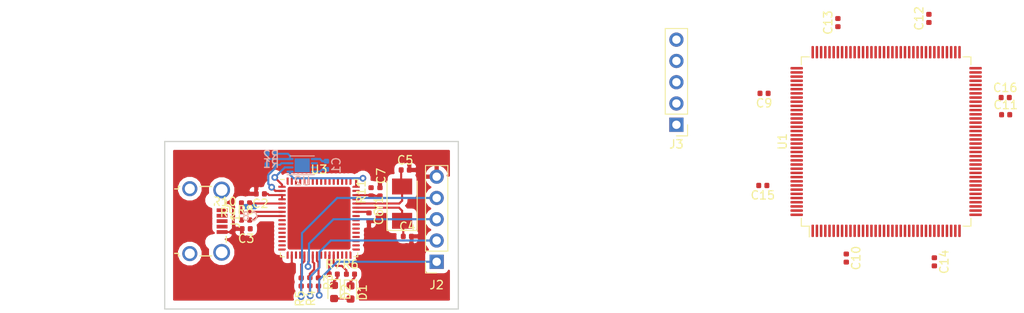
<source format=kicad_pcb>
(kicad_pcb (version 20171130) (host pcbnew 5.0.2-bee76a0~70~ubuntu18.04.1)

  (general
    (thickness 1.6)
    (drawings 6)
    (tracks 136)
    (zones 0)
    (modules 36)
    (nets 35)
  )

  (page A4)
  (layers
    (0 F.Cu signal)
    (31 B.Cu signal)
    (32 B.Adhes user)
    (33 F.Adhes user)
    (34 B.Paste user)
    (35 F.Paste user)
    (36 B.SilkS user)
    (37 F.SilkS user)
    (38 B.Mask user)
    (39 F.Mask user)
    (40 Dwgs.User user)
    (41 Cmts.User user)
    (42 Eco1.User user)
    (43 Eco2.User user)
    (44 Edge.Cuts user)
    (45 Margin user)
    (46 B.CrtYd user)
    (47 F.CrtYd user)
    (48 B.Fab user)
    (49 F.Fab user)
  )

  (setup
    (last_trace_width 0.25)
    (trace_clearance 0.2)
    (zone_clearance 0.508)
    (zone_45_only no)
    (trace_min 0.2)
    (segment_width 0.2)
    (edge_width 0.15)
    (via_size 0.8)
    (via_drill 0.4)
    (via_min_size 0.4)
    (via_min_drill 0.3)
    (uvia_size 0.3)
    (uvia_drill 0.1)
    (uvias_allowed no)
    (uvia_min_size 0.2)
    (uvia_min_drill 0.1)
    (pcb_text_width 0.3)
    (pcb_text_size 1.5 1.5)
    (mod_edge_width 0.15)
    (mod_text_size 1 1)
    (mod_text_width 0.15)
    (pad_size 1.524 1.524)
    (pad_drill 0.762)
    (pad_to_mask_clearance 0.051)
    (solder_mask_min_width 0.25)
    (aux_axis_origin 0 0)
    (visible_elements FFFFFF7F)
    (pcbplotparams
      (layerselection 0x010fc_ffffffff)
      (usegerberextensions false)
      (usegerberattributes false)
      (usegerberadvancedattributes false)
      (creategerberjobfile false)
      (excludeedgelayer true)
      (linewidth 0.100000)
      (plotframeref false)
      (viasonmask false)
      (mode 1)
      (useauxorigin false)
      (hpglpennumber 1)
      (hpglpenspeed 20)
      (hpglpendiameter 15.000000)
      (psnegative false)
      (psa4output false)
      (plotreference true)
      (plotvalue true)
      (plotinvisibletext false)
      (padsonsilk false)
      (subtractmaskfromsilk false)
      (outputformat 1)
      (mirror false)
      (drillshape 1)
      (scaleselection 1)
      (outputdirectory ""))
  )

  (net 0 "")
  (net 1 +5V)
  (net 2 GND)
  (net 3 "Net-(C4-Pad1)")
  (net 4 "Net-(C5-Pad1)")
  (net 5 /program/AVCC)
  (net 6 "Net-(C8-Pad2)")
  (net 7 +3V3)
  (net 8 "Net-(D1-Pad1)")
  (net 9 "Net-(D2-Pad1)")
  (net 10 "Net-(R1-Pad2)")
  (net 11 "Net-(R2-Pad1)")
  (net 12 "Net-(R3-Pad1)")
  (net 13 /program/TCK)
  (net 14 "Net-(R4-Pad1)")
  (net 15 /program/TDI)
  (net 16 /program/TMS)
  (net 17 "Net-(R5-Pad1)")
  (net 18 "Net-(R6-Pad1)")
  (net 19 "Net-(R7-Pad1)")
  (net 20 "Net-(J1-Pad3)")
  (net 21 "Net-(R8-Pad2)")
  (net 22 "Net-(R9-Pad2)")
  (net 23 "Net-(J1-Pad2)")
  (net 24 "Net-(R10-Pad2)")
  (net 25 "Net-(U2-Pad2)")
  (net 26 /program/TDO)
  (net 27 /program/CS)
  (net 28 "Net-(J1-Pad6)")
  (net 29 +2V5)
  (net 30 "Net-(J3-Pad1)")
  (net 31 "Net-(J3-Pad2)")
  (net 32 "Net-(J3-Pad3)")
  (net 33 "Net-(J3-Pad4)")
  (net 34 +1V2)

  (net_class Default "This is the default net class."
    (clearance 0.2)
    (trace_width 0.25)
    (via_dia 0.8)
    (via_drill 0.4)
    (uvia_dia 0.3)
    (uvia_drill 0.1)
    (add_net +1V2)
    (add_net +2V5)
    (add_net +3V3)
    (add_net +5V)
    (add_net /program/AVCC)
    (add_net /program/CS)
    (add_net /program/TCK)
    (add_net /program/TDI)
    (add_net /program/TDO)
    (add_net /program/TMS)
    (add_net GND)
    (add_net "Net-(C4-Pad1)")
    (add_net "Net-(C5-Pad1)")
    (add_net "Net-(C8-Pad2)")
    (add_net "Net-(D1-Pad1)")
    (add_net "Net-(D2-Pad1)")
    (add_net "Net-(J1-Pad2)")
    (add_net "Net-(J1-Pad3)")
    (add_net "Net-(J1-Pad6)")
    (add_net "Net-(J3-Pad1)")
    (add_net "Net-(J3-Pad2)")
    (add_net "Net-(J3-Pad3)")
    (add_net "Net-(J3-Pad4)")
    (add_net "Net-(R1-Pad2)")
    (add_net "Net-(R10-Pad2)")
    (add_net "Net-(R2-Pad1)")
    (add_net "Net-(R3-Pad1)")
    (add_net "Net-(R4-Pad1)")
    (add_net "Net-(R5-Pad1)")
    (add_net "Net-(R6-Pad1)")
    (add_net "Net-(R7-Pad1)")
    (add_net "Net-(R8-Pad2)")
    (add_net "Net-(R9-Pad2)")
    (add_net "Net-(U2-Pad2)")
  )

  (module Capacitor_SMD:C_0402_1005Metric (layer B.Cu) (tedit 5B301BBE) (tstamp 6052CAE2)
    (at 72.28 73.84 90)
    (descr "Capacitor SMD 0402 (1005 Metric), square (rectangular) end terminal, IPC_7351 nominal, (Body size source: http://www.tortai-tech.com/upload/download/2011102023233369053.pdf), generated with kicad-footprint-generator")
    (tags capacitor)
    (path /60462066/60487B29)
    (attr smd)
    (fp_text reference C1 (at 0 1.17 90) (layer B.SilkS)
      (effects (font (size 1 1) (thickness 0.15)) (justify mirror))
    )
    (fp_text value 0.1uF (at 0 -1.17 90) (layer B.Fab)
      (effects (font (size 1 1) (thickness 0.15)) (justify mirror))
    )
    (fp_line (start -0.5 -0.25) (end -0.5 0.25) (layer B.Fab) (width 0.1))
    (fp_line (start -0.5 0.25) (end 0.5 0.25) (layer B.Fab) (width 0.1))
    (fp_line (start 0.5 0.25) (end 0.5 -0.25) (layer B.Fab) (width 0.1))
    (fp_line (start 0.5 -0.25) (end -0.5 -0.25) (layer B.Fab) (width 0.1))
    (fp_line (start -0.93 -0.47) (end -0.93 0.47) (layer B.CrtYd) (width 0.05))
    (fp_line (start -0.93 0.47) (end 0.93 0.47) (layer B.CrtYd) (width 0.05))
    (fp_line (start 0.93 0.47) (end 0.93 -0.47) (layer B.CrtYd) (width 0.05))
    (fp_line (start 0.93 -0.47) (end -0.93 -0.47) (layer B.CrtYd) (width 0.05))
    (fp_text user %R (at 0 0 90) (layer B.Fab)
      (effects (font (size 0.25 0.25) (thickness 0.04)) (justify mirror))
    )
    (pad 1 smd roundrect (at -0.485 0 90) (size 0.59 0.64) (layers B.Cu B.Paste B.Mask) (roundrect_rratio 0.25)
      (net 1 +5V))
    (pad 2 smd roundrect (at 0.485 0 90) (size 0.59 0.64) (layers B.Cu B.Paste B.Mask) (roundrect_rratio 0.25)
      (net 2 GND))
    (model ${KISYS3DMOD}/Capacitor_SMD.3dshapes/C_0402_1005Metric.wrl
      (at (xyz 0 0 0))
      (scale (xyz 1 1 1))
      (rotate (xyz 0 0 0))
    )
  )

  (module Capacitor_SMD:C_0402_1005Metric (layer F.Cu) (tedit 5B301BBE) (tstamp 6052CAF1)
    (at 64.4 77.25 180)
    (descr "Capacitor SMD 0402 (1005 Metric), square (rectangular) end terminal, IPC_7351 nominal, (Body size source: http://www.tortai-tech.com/upload/download/2011102023233369053.pdf), generated with kicad-footprint-generator")
    (tags capacitor)
    (path /60462066/604629CB)
    (attr smd)
    (fp_text reference C2 (at 0 -1.17 180) (layer F.SilkS)
      (effects (font (size 1 1) (thickness 0.15)))
    )
    (fp_text value 0.1uF (at 0 1.17 180) (layer F.Fab)
      (effects (font (size 1 1) (thickness 0.15)))
    )
    (fp_line (start -0.5 0.25) (end -0.5 -0.25) (layer F.Fab) (width 0.1))
    (fp_line (start -0.5 -0.25) (end 0.5 -0.25) (layer F.Fab) (width 0.1))
    (fp_line (start 0.5 -0.25) (end 0.5 0.25) (layer F.Fab) (width 0.1))
    (fp_line (start 0.5 0.25) (end -0.5 0.25) (layer F.Fab) (width 0.1))
    (fp_line (start -0.93 0.47) (end -0.93 -0.47) (layer F.CrtYd) (width 0.05))
    (fp_line (start -0.93 -0.47) (end 0.93 -0.47) (layer F.CrtYd) (width 0.05))
    (fp_line (start 0.93 -0.47) (end 0.93 0.47) (layer F.CrtYd) (width 0.05))
    (fp_line (start 0.93 0.47) (end -0.93 0.47) (layer F.CrtYd) (width 0.05))
    (fp_text user %R (at 0 0 180) (layer F.Fab)
      (effects (font (size 0.25 0.25) (thickness 0.04)))
    )
    (pad 1 smd roundrect (at -0.485 0 180) (size 0.59 0.64) (layers F.Cu F.Paste F.Mask) (roundrect_rratio 0.25)
      (net 1 +5V))
    (pad 2 smd roundrect (at 0.485 0 180) (size 0.59 0.64) (layers F.Cu F.Paste F.Mask) (roundrect_rratio 0.25)
      (net 2 GND))
    (model ${KISYS3DMOD}/Capacitor_SMD.3dshapes/C_0402_1005Metric.wrl
      (at (xyz 0 0 0))
      (scale (xyz 1 1 1))
      (rotate (xyz 0 0 0))
    )
  )

  (module Capacitor_SMD:C_0402_1005Metric (layer F.Cu) (tedit 5B301BBE) (tstamp 6052CB00)
    (at 62.71 81.42 180)
    (descr "Capacitor SMD 0402 (1005 Metric), square (rectangular) end terminal, IPC_7351 nominal, (Body size source: http://www.tortai-tech.com/upload/download/2011102023233369053.pdf), generated with kicad-footprint-generator")
    (tags capacitor)
    (path /60462066/60462CB8)
    (attr smd)
    (fp_text reference C3 (at 0 -1.17 180) (layer F.SilkS)
      (effects (font (size 1 1) (thickness 0.15)))
    )
    (fp_text value 0.1uF (at 0 1.17 180) (layer F.Fab)
      (effects (font (size 1 1) (thickness 0.15)))
    )
    (fp_text user %R (at 0 0 180) (layer F.Fab)
      (effects (font (size 0.25 0.25) (thickness 0.04)))
    )
    (fp_line (start 0.93 0.47) (end -0.93 0.47) (layer F.CrtYd) (width 0.05))
    (fp_line (start 0.93 -0.47) (end 0.93 0.47) (layer F.CrtYd) (width 0.05))
    (fp_line (start -0.93 -0.47) (end 0.93 -0.47) (layer F.CrtYd) (width 0.05))
    (fp_line (start -0.93 0.47) (end -0.93 -0.47) (layer F.CrtYd) (width 0.05))
    (fp_line (start 0.5 0.25) (end -0.5 0.25) (layer F.Fab) (width 0.1))
    (fp_line (start 0.5 -0.25) (end 0.5 0.25) (layer F.Fab) (width 0.1))
    (fp_line (start -0.5 -0.25) (end 0.5 -0.25) (layer F.Fab) (width 0.1))
    (fp_line (start -0.5 0.25) (end -0.5 -0.25) (layer F.Fab) (width 0.1))
    (pad 2 smd roundrect (at 0.485 0 180) (size 0.59 0.64) (layers F.Cu F.Paste F.Mask) (roundrect_rratio 0.25)
      (net 2 GND))
    (pad 1 smd roundrect (at -0.485 0 180) (size 0.59 0.64) (layers F.Cu F.Paste F.Mask) (roundrect_rratio 0.25)
      (net 1 +5V))
    (model ${KISYS3DMOD}/Capacitor_SMD.3dshapes/C_0402_1005Metric.wrl
      (at (xyz 0 0 0))
      (scale (xyz 1 1 1))
      (rotate (xyz 0 0 0))
    )
  )

  (module Capacitor_SMD:C_0402_1005Metric (layer F.Cu) (tedit 5B301BBE) (tstamp 6052CB0F)
    (at 81.925 82.33)
    (descr "Capacitor SMD 0402 (1005 Metric), square (rectangular) end terminal, IPC_7351 nominal, (Body size source: http://www.tortai-tech.com/upload/download/2011102023233369053.pdf), generated with kicad-footprint-generator")
    (tags capacitor)
    (path /60462066/6048FBAE)
    (attr smd)
    (fp_text reference C4 (at 0 -1.17) (layer F.SilkS)
      (effects (font (size 1 1) (thickness 0.15)))
    )
    (fp_text value 27pF (at 0 1.17) (layer F.Fab)
      (effects (font (size 1 1) (thickness 0.15)))
    )
    (fp_line (start -0.5 0.25) (end -0.5 -0.25) (layer F.Fab) (width 0.1))
    (fp_line (start -0.5 -0.25) (end 0.5 -0.25) (layer F.Fab) (width 0.1))
    (fp_line (start 0.5 -0.25) (end 0.5 0.25) (layer F.Fab) (width 0.1))
    (fp_line (start 0.5 0.25) (end -0.5 0.25) (layer F.Fab) (width 0.1))
    (fp_line (start -0.93 0.47) (end -0.93 -0.47) (layer F.CrtYd) (width 0.05))
    (fp_line (start -0.93 -0.47) (end 0.93 -0.47) (layer F.CrtYd) (width 0.05))
    (fp_line (start 0.93 -0.47) (end 0.93 0.47) (layer F.CrtYd) (width 0.05))
    (fp_line (start 0.93 0.47) (end -0.93 0.47) (layer F.CrtYd) (width 0.05))
    (fp_text user %R (at 0 0) (layer F.Fab)
      (effects (font (size 0.25 0.25) (thickness 0.04)))
    )
    (pad 1 smd roundrect (at -0.485 0) (size 0.59 0.64) (layers F.Cu F.Paste F.Mask) (roundrect_rratio 0.25)
      (net 3 "Net-(C4-Pad1)"))
    (pad 2 smd roundrect (at 0.485 0) (size 0.59 0.64) (layers F.Cu F.Paste F.Mask) (roundrect_rratio 0.25)
      (net 2 GND))
    (model ${KISYS3DMOD}/Capacitor_SMD.3dshapes/C_0402_1005Metric.wrl
      (at (xyz 0 0 0))
      (scale (xyz 1 1 1))
      (rotate (xyz 0 0 0))
    )
  )

  (module Capacitor_SMD:C_0402_1005Metric (layer F.Cu) (tedit 5B301BBE) (tstamp 6052CB1E)
    (at 81.67 74.4)
    (descr "Capacitor SMD 0402 (1005 Metric), square (rectangular) end terminal, IPC_7351 nominal, (Body size source: http://www.tortai-tech.com/upload/download/2011102023233369053.pdf), generated with kicad-footprint-generator")
    (tags capacitor)
    (path /60462066/6048E319)
    (attr smd)
    (fp_text reference C5 (at 0 -1.17) (layer F.SilkS)
      (effects (font (size 1 1) (thickness 0.15)))
    )
    (fp_text value 27pF (at 0 1.17) (layer F.Fab)
      (effects (font (size 1 1) (thickness 0.15)))
    )
    (fp_text user %R (at 0 0) (layer F.Fab)
      (effects (font (size 0.25 0.25) (thickness 0.04)))
    )
    (fp_line (start 0.93 0.47) (end -0.93 0.47) (layer F.CrtYd) (width 0.05))
    (fp_line (start 0.93 -0.47) (end 0.93 0.47) (layer F.CrtYd) (width 0.05))
    (fp_line (start -0.93 -0.47) (end 0.93 -0.47) (layer F.CrtYd) (width 0.05))
    (fp_line (start -0.93 0.47) (end -0.93 -0.47) (layer F.CrtYd) (width 0.05))
    (fp_line (start 0.5 0.25) (end -0.5 0.25) (layer F.Fab) (width 0.1))
    (fp_line (start 0.5 -0.25) (end 0.5 0.25) (layer F.Fab) (width 0.1))
    (fp_line (start -0.5 -0.25) (end 0.5 -0.25) (layer F.Fab) (width 0.1))
    (fp_line (start -0.5 0.25) (end -0.5 -0.25) (layer F.Fab) (width 0.1))
    (pad 2 smd roundrect (at 0.485 0) (size 0.59 0.64) (layers F.Cu F.Paste F.Mask) (roundrect_rratio 0.25)
      (net 2 GND))
    (pad 1 smd roundrect (at -0.485 0) (size 0.59 0.64) (layers F.Cu F.Paste F.Mask) (roundrect_rratio 0.25)
      (net 4 "Net-(C5-Pad1)"))
    (model ${KISYS3DMOD}/Capacitor_SMD.3dshapes/C_0402_1005Metric.wrl
      (at (xyz 0 0 0))
      (scale (xyz 1 1 1))
      (rotate (xyz 0 0 0))
    )
  )

  (module Capacitor_SMD:C_0402_1005Metric (layer F.Cu) (tedit 5B301BBE) (tstamp 6052CB2D)
    (at 77.35 80.015 270)
    (descr "Capacitor SMD 0402 (1005 Metric), square (rectangular) end terminal, IPC_7351 nominal, (Body size source: http://www.tortai-tech.com/upload/download/2011102023233369053.pdf), generated with kicad-footprint-generator")
    (tags capacitor)
    (path /60462066/604C7DF8)
    (attr smd)
    (fp_text reference C6 (at 0 -1.17 270) (layer F.SilkS)
      (effects (font (size 1 1) (thickness 0.15)))
    )
    (fp_text value 0.1uF (at 0 1.17 270) (layer F.Fab)
      (effects (font (size 1 1) (thickness 0.15)))
    )
    (fp_text user %R (at 0 0 270) (layer F.Fab)
      (effects (font (size 0.25 0.25) (thickness 0.04)))
    )
    (fp_line (start 0.93 0.47) (end -0.93 0.47) (layer F.CrtYd) (width 0.05))
    (fp_line (start 0.93 -0.47) (end 0.93 0.47) (layer F.CrtYd) (width 0.05))
    (fp_line (start -0.93 -0.47) (end 0.93 -0.47) (layer F.CrtYd) (width 0.05))
    (fp_line (start -0.93 0.47) (end -0.93 -0.47) (layer F.CrtYd) (width 0.05))
    (fp_line (start 0.5 0.25) (end -0.5 0.25) (layer F.Fab) (width 0.1))
    (fp_line (start 0.5 -0.25) (end 0.5 0.25) (layer F.Fab) (width 0.1))
    (fp_line (start -0.5 -0.25) (end 0.5 -0.25) (layer F.Fab) (width 0.1))
    (fp_line (start -0.5 0.25) (end -0.5 -0.25) (layer F.Fab) (width 0.1))
    (pad 2 smd roundrect (at 0.485 0 270) (size 0.59 0.64) (layers F.Cu F.Paste F.Mask) (roundrect_rratio 0.25)
      (net 2 GND))
    (pad 1 smd roundrect (at -0.485 0 270) (size 0.59 0.64) (layers F.Cu F.Paste F.Mask) (roundrect_rratio 0.25)
      (net 1 +5V))
    (model ${KISYS3DMOD}/Capacitor_SMD.3dshapes/C_0402_1005Metric.wrl
      (at (xyz 0 0 0))
      (scale (xyz 1 1 1))
      (rotate (xyz 0 0 0))
    )
  )

  (module Capacitor_SMD:C_0402_1005Metric (layer F.Cu) (tedit 5B301BBE) (tstamp 6052CB3C)
    (at 78.66 77.005 90)
    (descr "Capacitor SMD 0402 (1005 Metric), square (rectangular) end terminal, IPC_7351 nominal, (Body size source: http://www.tortai-tech.com/upload/download/2011102023233369053.pdf), generated with kicad-footprint-generator")
    (tags capacitor)
    (path /60462066/6052D3CF)
    (attr smd)
    (fp_text reference C7 (at 1.895 0.14 90) (layer F.SilkS)
      (effects (font (size 1 1) (thickness 0.15)))
    )
    (fp_text value 0.1uF (at 0 1.17 90) (layer F.Fab)
      (effects (font (size 1 1) (thickness 0.15)))
    )
    (fp_text user %R (at 0 0 90) (layer F.Fab)
      (effects (font (size 0.25 0.25) (thickness 0.04)))
    )
    (fp_line (start 0.93 0.47) (end -0.93 0.47) (layer F.CrtYd) (width 0.05))
    (fp_line (start 0.93 -0.47) (end 0.93 0.47) (layer F.CrtYd) (width 0.05))
    (fp_line (start -0.93 -0.47) (end 0.93 -0.47) (layer F.CrtYd) (width 0.05))
    (fp_line (start -0.93 0.47) (end -0.93 -0.47) (layer F.CrtYd) (width 0.05))
    (fp_line (start 0.5 0.25) (end -0.5 0.25) (layer F.Fab) (width 0.1))
    (fp_line (start 0.5 -0.25) (end 0.5 0.25) (layer F.Fab) (width 0.1))
    (fp_line (start -0.5 -0.25) (end 0.5 -0.25) (layer F.Fab) (width 0.1))
    (fp_line (start -0.5 0.25) (end -0.5 -0.25) (layer F.Fab) (width 0.1))
    (pad 2 smd roundrect (at 0.485 0 90) (size 0.59 0.64) (layers F.Cu F.Paste F.Mask) (roundrect_rratio 0.25)
      (net 2 GND))
    (pad 1 smd roundrect (at -0.485 0 90) (size 0.59 0.64) (layers F.Cu F.Paste F.Mask) (roundrect_rratio 0.25)
      (net 5 /program/AVCC))
    (model ${KISYS3DMOD}/Capacitor_SMD.3dshapes/C_0402_1005Metric.wrl
      (at (xyz 0 0 0))
      (scale (xyz 1 1 1))
      (rotate (xyz 0 0 0))
    )
  )

  (module Capacitor_SMD:C_0402_1005Metric (layer B.Cu) (tedit 5B301BBE) (tstamp 6052CB4B)
    (at 63.185 78.78)
    (descr "Capacitor SMD 0402 (1005 Metric), square (rectangular) end terminal, IPC_7351 nominal, (Body size source: http://www.tortai-tech.com/upload/download/2011102023233369053.pdf), generated with kicad-footprint-generator")
    (tags capacitor)
    (path /60462066/60508E4C)
    (attr smd)
    (fp_text reference C8 (at 0 1.17) (layer B.SilkS)
      (effects (font (size 1 1) (thickness 0.15)) (justify mirror))
    )
    (fp_text value 0.1uF (at 0 -1.17) (layer B.Fab)
      (effects (font (size 1 1) (thickness 0.15)) (justify mirror))
    )
    (fp_line (start -0.5 -0.25) (end -0.5 0.25) (layer B.Fab) (width 0.1))
    (fp_line (start -0.5 0.25) (end 0.5 0.25) (layer B.Fab) (width 0.1))
    (fp_line (start 0.5 0.25) (end 0.5 -0.25) (layer B.Fab) (width 0.1))
    (fp_line (start 0.5 -0.25) (end -0.5 -0.25) (layer B.Fab) (width 0.1))
    (fp_line (start -0.93 -0.47) (end -0.93 0.47) (layer B.CrtYd) (width 0.05))
    (fp_line (start -0.93 0.47) (end 0.93 0.47) (layer B.CrtYd) (width 0.05))
    (fp_line (start 0.93 0.47) (end 0.93 -0.47) (layer B.CrtYd) (width 0.05))
    (fp_line (start 0.93 -0.47) (end -0.93 -0.47) (layer B.CrtYd) (width 0.05))
    (fp_text user %R (at 0 0) (layer B.Fab)
      (effects (font (size 0.25 0.25) (thickness 0.04)) (justify mirror))
    )
    (pad 1 smd roundrect (at -0.485 0) (size 0.59 0.64) (layers B.Cu B.Paste B.Mask) (roundrect_rratio 0.25)
      (net 2 GND))
    (pad 2 smd roundrect (at 0.485 0) (size 0.59 0.64) (layers B.Cu B.Paste B.Mask) (roundrect_rratio 0.25)
      (net 6 "Net-(C8-Pad2)"))
    (model ${KISYS3DMOD}/Capacitor_SMD.3dshapes/C_0402_1005Metric.wrl
      (at (xyz 0 0 0))
      (scale (xyz 1 1 1))
      (rotate (xyz 0 0 0))
    )
  )

  (module LED_SMD:LED_0603_1608Metric (layer F.Cu) (tedit 5B301BBE) (tstamp 6052CB5E)
    (at 75.15 89.02 270)
    (descr "LED SMD 0603 (1608 Metric), square (rectangular) end terminal, IPC_7351 nominal, (Body size source: http://www.tortai-tech.com/upload/download/2011102023233369053.pdf), generated with kicad-footprint-generator")
    (tags diode)
    (path /60462066/60469325)
    (attr smd)
    (fp_text reference D1 (at 0 -1.43 270) (layer F.SilkS)
      (effects (font (size 1 1) (thickness 0.15)))
    )
    (fp_text value BLUE (at 0 1.43 270) (layer F.Fab)
      (effects (font (size 1 1) (thickness 0.15)))
    )
    (fp_text user %R (at 0 0 270) (layer F.Fab)
      (effects (font (size 0.4 0.4) (thickness 0.06)))
    )
    (fp_line (start 1.48 0.73) (end -1.48 0.73) (layer F.CrtYd) (width 0.05))
    (fp_line (start 1.48 -0.73) (end 1.48 0.73) (layer F.CrtYd) (width 0.05))
    (fp_line (start -1.48 -0.73) (end 1.48 -0.73) (layer F.CrtYd) (width 0.05))
    (fp_line (start -1.48 0.73) (end -1.48 -0.73) (layer F.CrtYd) (width 0.05))
    (fp_line (start -1.485 0.735) (end 0.8 0.735) (layer F.SilkS) (width 0.12))
    (fp_line (start -1.485 -0.735) (end -1.485 0.735) (layer F.SilkS) (width 0.12))
    (fp_line (start 0.8 -0.735) (end -1.485 -0.735) (layer F.SilkS) (width 0.12))
    (fp_line (start 0.8 0.4) (end 0.8 -0.4) (layer F.Fab) (width 0.1))
    (fp_line (start -0.8 0.4) (end 0.8 0.4) (layer F.Fab) (width 0.1))
    (fp_line (start -0.8 -0.1) (end -0.8 0.4) (layer F.Fab) (width 0.1))
    (fp_line (start -0.5 -0.4) (end -0.8 -0.1) (layer F.Fab) (width 0.1))
    (fp_line (start 0.8 -0.4) (end -0.5 -0.4) (layer F.Fab) (width 0.1))
    (pad 2 smd roundrect (at 0.7875 0 270) (size 0.875 0.95) (layers F.Cu F.Paste F.Mask) (roundrect_rratio 0.25)
      (net 7 +3V3))
    (pad 1 smd roundrect (at -0.7875 0 270) (size 0.875 0.95) (layers F.Cu F.Paste F.Mask) (roundrect_rratio 0.25)
      (net 8 "Net-(D1-Pad1)"))
    (model ${KISYS3DMOD}/LED_SMD.3dshapes/LED_0603_1608Metric.wrl
      (at (xyz 0 0 0))
      (scale (xyz 1 1 1))
      (rotate (xyz 0 0 0))
    )
  )

  (module LED_SMD:LED_0603_1608Metric (layer F.Cu) (tedit 5B301BBE) (tstamp 6052CB71)
    (at 73.19 88.96 270)
    (descr "LED SMD 0603 (1608 Metric), square (rectangular) end terminal, IPC_7351 nominal, (Body size source: http://www.tortai-tech.com/upload/download/2011102023233369053.pdf), generated with kicad-footprint-generator")
    (tags diode)
    (path /60462066/60469AAE)
    (attr smd)
    (fp_text reference D2 (at 0 -1.43 270) (layer F.SilkS)
      (effects (font (size 1 1) (thickness 0.15)))
    )
    (fp_text value GREEN (at 0 1.43 270) (layer F.Fab)
      (effects (font (size 1 1) (thickness 0.15)))
    )
    (fp_line (start 0.8 -0.4) (end -0.5 -0.4) (layer F.Fab) (width 0.1))
    (fp_line (start -0.5 -0.4) (end -0.8 -0.1) (layer F.Fab) (width 0.1))
    (fp_line (start -0.8 -0.1) (end -0.8 0.4) (layer F.Fab) (width 0.1))
    (fp_line (start -0.8 0.4) (end 0.8 0.4) (layer F.Fab) (width 0.1))
    (fp_line (start 0.8 0.4) (end 0.8 -0.4) (layer F.Fab) (width 0.1))
    (fp_line (start 0.8 -0.735) (end -1.485 -0.735) (layer F.SilkS) (width 0.12))
    (fp_line (start -1.485 -0.735) (end -1.485 0.735) (layer F.SilkS) (width 0.12))
    (fp_line (start -1.485 0.735) (end 0.8 0.735) (layer F.SilkS) (width 0.12))
    (fp_line (start -1.48 0.73) (end -1.48 -0.73) (layer F.CrtYd) (width 0.05))
    (fp_line (start -1.48 -0.73) (end 1.48 -0.73) (layer F.CrtYd) (width 0.05))
    (fp_line (start 1.48 -0.73) (end 1.48 0.73) (layer F.CrtYd) (width 0.05))
    (fp_line (start 1.48 0.73) (end -1.48 0.73) (layer F.CrtYd) (width 0.05))
    (fp_text user %R (at 0 0 270) (layer F.Fab)
      (effects (font (size 0.4 0.4) (thickness 0.06)))
    )
    (pad 1 smd roundrect (at -0.7875 0 270) (size 0.875 0.95) (layers F.Cu F.Paste F.Mask) (roundrect_rratio 0.25)
      (net 9 "Net-(D2-Pad1)"))
    (pad 2 smd roundrect (at 0.7875 0 270) (size 0.875 0.95) (layers F.Cu F.Paste F.Mask) (roundrect_rratio 0.25)
      (net 7 +3V3))
    (model ${KISYS3DMOD}/LED_SMD.3dshapes/LED_0603_1608Metric.wrl
      (at (xyz 0 0 0))
      (scale (xyz 1 1 1))
      (rotate (xyz 0 0 0))
    )
  )

  (module Resistor_SMD:R_0402_1005Metric (layer B.Cu) (tedit 5B301BBD) (tstamp 6052CB80)
    (at 65.68 72.46)
    (descr "Resistor SMD 0402 (1005 Metric), square (rectangular) end terminal, IPC_7351 nominal, (Body size source: http://www.tortai-tech.com/upload/download/2011102023233369053.pdf), generated with kicad-footprint-generator")
    (tags resistor)
    (path /60462066/60475890)
    (attr smd)
    (fp_text reference R1 (at 0 1.17) (layer B.SilkS)
      (effects (font (size 1 1) (thickness 0.15)) (justify mirror))
    )
    (fp_text value 10K (at 0 -1.17) (layer B.Fab)
      (effects (font (size 1 1) (thickness 0.15)) (justify mirror))
    )
    (fp_text user %R (at 0 0) (layer B.Fab)
      (effects (font (size 0.25 0.25) (thickness 0.04)) (justify mirror))
    )
    (fp_line (start 0.93 -0.47) (end -0.93 -0.47) (layer B.CrtYd) (width 0.05))
    (fp_line (start 0.93 0.47) (end 0.93 -0.47) (layer B.CrtYd) (width 0.05))
    (fp_line (start -0.93 0.47) (end 0.93 0.47) (layer B.CrtYd) (width 0.05))
    (fp_line (start -0.93 -0.47) (end -0.93 0.47) (layer B.CrtYd) (width 0.05))
    (fp_line (start 0.5 -0.25) (end -0.5 -0.25) (layer B.Fab) (width 0.1))
    (fp_line (start 0.5 0.25) (end 0.5 -0.25) (layer B.Fab) (width 0.1))
    (fp_line (start -0.5 0.25) (end 0.5 0.25) (layer B.Fab) (width 0.1))
    (fp_line (start -0.5 -0.25) (end -0.5 0.25) (layer B.Fab) (width 0.1))
    (pad 2 smd roundrect (at 0.485 0) (size 0.59 0.64) (layers B.Cu B.Paste B.Mask) (roundrect_rratio 0.25)
      (net 10 "Net-(R1-Pad2)"))
    (pad 1 smd roundrect (at -0.485 0) (size 0.59 0.64) (layers B.Cu B.Paste B.Mask) (roundrect_rratio 0.25)
      (net 1 +5V))
    (model ${KISYS3DMOD}/Resistor_SMD.3dshapes/R_0402_1005Metric.wrl
      (at (xyz 0 0 0))
      (scale (xyz 1 1 1))
      (rotate (xyz 0 0 0))
    )
  )

  (module Resistor_SMD:R_0402_1005Metric (layer B.Cu) (tedit 5B301BBD) (tstamp 6052CB8F)
    (at 65.677934 73.782974 180)
    (descr "Resistor SMD 0402 (1005 Metric), square (rectangular) end terminal, IPC_7351 nominal, (Body size source: http://www.tortai-tech.com/upload/download/2011102023233369053.pdf), generated with kicad-footprint-generator")
    (tags resistor)
    (path /60462066/604757E2)
    (attr smd)
    (fp_text reference R2 (at 0 1.17 180) (layer B.SilkS)
      (effects (font (size 1 1) (thickness 0.15)) (justify mirror))
    )
    (fp_text value 2.2K (at 0 -1.17 180) (layer B.Fab)
      (effects (font (size 1 1) (thickness 0.15)) (justify mirror))
    )
    (fp_line (start -0.5 -0.25) (end -0.5 0.25) (layer B.Fab) (width 0.1))
    (fp_line (start -0.5 0.25) (end 0.5 0.25) (layer B.Fab) (width 0.1))
    (fp_line (start 0.5 0.25) (end 0.5 -0.25) (layer B.Fab) (width 0.1))
    (fp_line (start 0.5 -0.25) (end -0.5 -0.25) (layer B.Fab) (width 0.1))
    (fp_line (start -0.93 -0.47) (end -0.93 0.47) (layer B.CrtYd) (width 0.05))
    (fp_line (start -0.93 0.47) (end 0.93 0.47) (layer B.CrtYd) (width 0.05))
    (fp_line (start 0.93 0.47) (end 0.93 -0.47) (layer B.CrtYd) (width 0.05))
    (fp_line (start 0.93 -0.47) (end -0.93 -0.47) (layer B.CrtYd) (width 0.05))
    (fp_text user %R (at 0 0 180) (layer B.Fab)
      (effects (font (size 0.25 0.25) (thickness 0.04)) (justify mirror))
    )
    (pad 1 smd roundrect (at -0.485 0 180) (size 0.59 0.64) (layers B.Cu B.Paste B.Mask) (roundrect_rratio 0.25)
      (net 11 "Net-(R2-Pad1)"))
    (pad 2 smd roundrect (at 0.485 0 180) (size 0.59 0.64) (layers B.Cu B.Paste B.Mask) (roundrect_rratio 0.25)
      (net 10 "Net-(R1-Pad2)"))
    (model ${KISYS3DMOD}/Resistor_SMD.3dshapes/R_0402_1005Metric.wrl
      (at (xyz 0 0 0))
      (scale (xyz 1 1 1))
      (rotate (xyz 0 0 0))
    )
  )

  (module Resistor_SMD:R_0402_1005Metric (layer F.Cu) (tedit 5B301BBD) (tstamp 6052CB9E)
    (at 71.33 87.77 270)
    (descr "Resistor SMD 0402 (1005 Metric), square (rectangular) end terminal, IPC_7351 nominal, (Body size source: http://www.tortai-tech.com/upload/download/2011102023233369053.pdf), generated with kicad-footprint-generator")
    (tags resistor)
    (path /60462066/60463DB1)
    (attr smd)
    (fp_text reference R3 (at 0 -1.17 270) (layer F.SilkS)
      (effects (font (size 1 1) (thickness 0.15)))
    )
    (fp_text value 68 (at 0 1.17 270) (layer F.Fab)
      (effects (font (size 1 1) (thickness 0.15)))
    )
    (fp_line (start -0.5 0.25) (end -0.5 -0.25) (layer F.Fab) (width 0.1))
    (fp_line (start -0.5 -0.25) (end 0.5 -0.25) (layer F.Fab) (width 0.1))
    (fp_line (start 0.5 -0.25) (end 0.5 0.25) (layer F.Fab) (width 0.1))
    (fp_line (start 0.5 0.25) (end -0.5 0.25) (layer F.Fab) (width 0.1))
    (fp_line (start -0.93 0.47) (end -0.93 -0.47) (layer F.CrtYd) (width 0.05))
    (fp_line (start -0.93 -0.47) (end 0.93 -0.47) (layer F.CrtYd) (width 0.05))
    (fp_line (start 0.93 -0.47) (end 0.93 0.47) (layer F.CrtYd) (width 0.05))
    (fp_line (start 0.93 0.47) (end -0.93 0.47) (layer F.CrtYd) (width 0.05))
    (fp_text user %R (at 0 0 270) (layer F.Fab)
      (effects (font (size 0.25 0.25) (thickness 0.04)))
    )
    (pad 1 smd roundrect (at -0.485 0 270) (size 0.59 0.64) (layers F.Cu F.Paste F.Mask) (roundrect_rratio 0.25)
      (net 12 "Net-(R3-Pad1)"))
    (pad 2 smd roundrect (at 0.485 0 270) (size 0.59 0.64) (layers F.Cu F.Paste F.Mask) (roundrect_rratio 0.25)
      (net 13 /program/TCK))
    (model ${KISYS3DMOD}/Resistor_SMD.3dshapes/R_0402_1005Metric.wrl
      (at (xyz 0 0 0))
      (scale (xyz 1 1 1))
      (rotate (xyz 0 0 0))
    )
  )

  (module Resistor_SMD:R_0402_1005Metric (layer F.Cu) (tedit 5B301BBD) (tstamp 6052CBAD)
    (at 70.3 87.74 270)
    (descr "Resistor SMD 0402 (1005 Metric), square (rectangular) end terminal, IPC_7351 nominal, (Body size source: http://www.tortai-tech.com/upload/download/2011102023233369053.pdf), generated with kicad-footprint-generator")
    (tags resistor)
    (path /60462066/604648D3)
    (attr smd)
    (fp_text reference R4 (at 1.97 -0.12 270) (layer F.SilkS)
      (effects (font (size 1 1) (thickness 0.15)))
    )
    (fp_text value 68 (at 0 1.17 270) (layer F.Fab)
      (effects (font (size 1 1) (thickness 0.15)))
    )
    (fp_line (start -0.5 0.25) (end -0.5 -0.25) (layer F.Fab) (width 0.1))
    (fp_line (start -0.5 -0.25) (end 0.5 -0.25) (layer F.Fab) (width 0.1))
    (fp_line (start 0.5 -0.25) (end 0.5 0.25) (layer F.Fab) (width 0.1))
    (fp_line (start 0.5 0.25) (end -0.5 0.25) (layer F.Fab) (width 0.1))
    (fp_line (start -0.93 0.47) (end -0.93 -0.47) (layer F.CrtYd) (width 0.05))
    (fp_line (start -0.93 -0.47) (end 0.93 -0.47) (layer F.CrtYd) (width 0.05))
    (fp_line (start 0.93 -0.47) (end 0.93 0.47) (layer F.CrtYd) (width 0.05))
    (fp_line (start 0.93 0.47) (end -0.93 0.47) (layer F.CrtYd) (width 0.05))
    (fp_text user %R (at 0 0 270) (layer F.Fab)
      (effects (font (size 0.25 0.25) (thickness 0.04)))
    )
    (pad 1 smd roundrect (at -0.485 0 270) (size 0.59 0.64) (layers F.Cu F.Paste F.Mask) (roundrect_rratio 0.25)
      (net 14 "Net-(R4-Pad1)"))
    (pad 2 smd roundrect (at 0.485 0 270) (size 0.59 0.64) (layers F.Cu F.Paste F.Mask) (roundrect_rratio 0.25)
      (net 15 /program/TDI))
    (model ${KISYS3DMOD}/Resistor_SMD.3dshapes/R_0402_1005Metric.wrl
      (at (xyz 0 0 0))
      (scale (xyz 1 1 1))
      (rotate (xyz 0 0 0))
    )
  )

  (module Resistor_SMD:R_0402_1005Metric (layer F.Cu) (tedit 5B301BBD) (tstamp 6052CBBC)
    (at 69.27 87.775 270)
    (descr "Resistor SMD 0402 (1005 Metric), square (rectangular) end terminal, IPC_7351 nominal, (Body size source: http://www.tortai-tech.com/upload/download/2011102023233369053.pdf), generated with kicad-footprint-generator")
    (tags resistor)
    (path /60462066/60464F69)
    (attr smd)
    (fp_text reference R5 (at 1.975 0.15 270) (layer F.SilkS)
      (effects (font (size 1 1) (thickness 0.15)))
    )
    (fp_text value 68 (at 0 1.17 270) (layer F.Fab)
      (effects (font (size 1 1) (thickness 0.15)))
    )
    (fp_text user %R (at 0 0 270) (layer F.Fab)
      (effects (font (size 0.25 0.25) (thickness 0.04)))
    )
    (fp_line (start 0.93 0.47) (end -0.93 0.47) (layer F.CrtYd) (width 0.05))
    (fp_line (start 0.93 -0.47) (end 0.93 0.47) (layer F.CrtYd) (width 0.05))
    (fp_line (start -0.93 -0.47) (end 0.93 -0.47) (layer F.CrtYd) (width 0.05))
    (fp_line (start -0.93 0.47) (end -0.93 -0.47) (layer F.CrtYd) (width 0.05))
    (fp_line (start 0.5 0.25) (end -0.5 0.25) (layer F.Fab) (width 0.1))
    (fp_line (start 0.5 -0.25) (end 0.5 0.25) (layer F.Fab) (width 0.1))
    (fp_line (start -0.5 -0.25) (end 0.5 -0.25) (layer F.Fab) (width 0.1))
    (fp_line (start -0.5 0.25) (end -0.5 -0.25) (layer F.Fab) (width 0.1))
    (pad 2 smd roundrect (at 0.485 0 270) (size 0.59 0.64) (layers F.Cu F.Paste F.Mask) (roundrect_rratio 0.25)
      (net 16 /program/TMS))
    (pad 1 smd roundrect (at -0.485 0 270) (size 0.59 0.64) (layers F.Cu F.Paste F.Mask) (roundrect_rratio 0.25)
      (net 17 "Net-(R5-Pad1)"))
    (model ${KISYS3DMOD}/Resistor_SMD.3dshapes/R_0402_1005Metric.wrl
      (at (xyz 0 0 0))
      (scale (xyz 1 1 1))
      (rotate (xyz 0 0 0))
    )
  )

  (module Resistor_SMD:R_0402_1005Metric (layer F.Cu) (tedit 5B301BBD) (tstamp 6052CBCB)
    (at 75.145 86.84)
    (descr "Resistor SMD 0402 (1005 Metric), square (rectangular) end terminal, IPC_7351 nominal, (Body size source: http://www.tortai-tech.com/upload/download/2011102023233369053.pdf), generated with kicad-footprint-generator")
    (tags resistor)
    (path /60462066/604683EE)
    (attr smd)
    (fp_text reference R6 (at 0 -1.17) (layer F.SilkS)
      (effects (font (size 1 1) (thickness 0.15)))
    )
    (fp_text value 220 (at 0 1.17) (layer F.Fab)
      (effects (font (size 1 1) (thickness 0.15)))
    )
    (fp_text user %R (at 0 0) (layer F.Fab)
      (effects (font (size 0.25 0.25) (thickness 0.04)))
    )
    (fp_line (start 0.93 0.47) (end -0.93 0.47) (layer F.CrtYd) (width 0.05))
    (fp_line (start 0.93 -0.47) (end 0.93 0.47) (layer F.CrtYd) (width 0.05))
    (fp_line (start -0.93 -0.47) (end 0.93 -0.47) (layer F.CrtYd) (width 0.05))
    (fp_line (start -0.93 0.47) (end -0.93 -0.47) (layer F.CrtYd) (width 0.05))
    (fp_line (start 0.5 0.25) (end -0.5 0.25) (layer F.Fab) (width 0.1))
    (fp_line (start 0.5 -0.25) (end 0.5 0.25) (layer F.Fab) (width 0.1))
    (fp_line (start -0.5 -0.25) (end 0.5 -0.25) (layer F.Fab) (width 0.1))
    (fp_line (start -0.5 0.25) (end -0.5 -0.25) (layer F.Fab) (width 0.1))
    (pad 2 smd roundrect (at 0.485 0) (size 0.59 0.64) (layers F.Cu F.Paste F.Mask) (roundrect_rratio 0.25)
      (net 8 "Net-(D1-Pad1)"))
    (pad 1 smd roundrect (at -0.485 0) (size 0.59 0.64) (layers F.Cu F.Paste F.Mask) (roundrect_rratio 0.25)
      (net 18 "Net-(R6-Pad1)"))
    (model ${KISYS3DMOD}/Resistor_SMD.3dshapes/R_0402_1005Metric.wrl
      (at (xyz 0 0 0))
      (scale (xyz 1 1 1))
      (rotate (xyz 0 0 0))
    )
  )

  (module Resistor_SMD:R_0402_1005Metric (layer F.Cu) (tedit 5B301BBD) (tstamp 6052CBDA)
    (at 73.095 86.84)
    (descr "Resistor SMD 0402 (1005 Metric), square (rectangular) end terminal, IPC_7351 nominal, (Body size source: http://www.tortai-tech.com/upload/download/2011102023233369053.pdf), generated with kicad-footprint-generator")
    (tags resistor)
    (path /60462066/60468B00)
    (attr smd)
    (fp_text reference R7 (at 0 -1.17) (layer F.SilkS)
      (effects (font (size 1 1) (thickness 0.15)))
    )
    (fp_text value 220 (at 0 1.17) (layer F.Fab)
      (effects (font (size 1 1) (thickness 0.15)))
    )
    (fp_line (start -0.5 0.25) (end -0.5 -0.25) (layer F.Fab) (width 0.1))
    (fp_line (start -0.5 -0.25) (end 0.5 -0.25) (layer F.Fab) (width 0.1))
    (fp_line (start 0.5 -0.25) (end 0.5 0.25) (layer F.Fab) (width 0.1))
    (fp_line (start 0.5 0.25) (end -0.5 0.25) (layer F.Fab) (width 0.1))
    (fp_line (start -0.93 0.47) (end -0.93 -0.47) (layer F.CrtYd) (width 0.05))
    (fp_line (start -0.93 -0.47) (end 0.93 -0.47) (layer F.CrtYd) (width 0.05))
    (fp_line (start 0.93 -0.47) (end 0.93 0.47) (layer F.CrtYd) (width 0.05))
    (fp_line (start 0.93 0.47) (end -0.93 0.47) (layer F.CrtYd) (width 0.05))
    (fp_text user %R (at 0 0) (layer F.Fab)
      (effects (font (size 0.25 0.25) (thickness 0.04)))
    )
    (pad 1 smd roundrect (at -0.485 0) (size 0.59 0.64) (layers F.Cu F.Paste F.Mask) (roundrect_rratio 0.25)
      (net 19 "Net-(R7-Pad1)"))
    (pad 2 smd roundrect (at 0.485 0) (size 0.59 0.64) (layers F.Cu F.Paste F.Mask) (roundrect_rratio 0.25)
      (net 9 "Net-(D2-Pad1)"))
    (model ${KISYS3DMOD}/Resistor_SMD.3dshapes/R_0402_1005Metric.wrl
      (at (xyz 0 0 0))
      (scale (xyz 1 1 1))
      (rotate (xyz 0 0 0))
    )
  )

  (module Resistor_SMD:R_0402_1005Metric (layer F.Cu) (tedit 5B301BBD) (tstamp 6052CBE9)
    (at 62.64 80.37)
    (descr "Resistor SMD 0402 (1005 Metric), square (rectangular) end terminal, IPC_7351 nominal, (Body size source: http://www.tortai-tech.com/upload/download/2011102023233369053.pdf), generated with kicad-footprint-generator")
    (tags resistor)
    (path /60462066/604B28E9)
    (attr smd)
    (fp_text reference R8 (at 0 -1.17) (layer F.SilkS)
      (effects (font (size 1 1) (thickness 0.15)))
    )
    (fp_text value 27 (at 0 1.17) (layer F.Fab)
      (effects (font (size 1 1) (thickness 0.15)))
    )
    (fp_line (start -0.5 0.25) (end -0.5 -0.25) (layer F.Fab) (width 0.1))
    (fp_line (start -0.5 -0.25) (end 0.5 -0.25) (layer F.Fab) (width 0.1))
    (fp_line (start 0.5 -0.25) (end 0.5 0.25) (layer F.Fab) (width 0.1))
    (fp_line (start 0.5 0.25) (end -0.5 0.25) (layer F.Fab) (width 0.1))
    (fp_line (start -0.93 0.47) (end -0.93 -0.47) (layer F.CrtYd) (width 0.05))
    (fp_line (start -0.93 -0.47) (end 0.93 -0.47) (layer F.CrtYd) (width 0.05))
    (fp_line (start 0.93 -0.47) (end 0.93 0.47) (layer F.CrtYd) (width 0.05))
    (fp_line (start 0.93 0.47) (end -0.93 0.47) (layer F.CrtYd) (width 0.05))
    (fp_text user %R (at 0 0) (layer F.Fab)
      (effects (font (size 0.25 0.25) (thickness 0.04)))
    )
    (pad 1 smd roundrect (at -0.485 0) (size 0.59 0.64) (layers F.Cu F.Paste F.Mask) (roundrect_rratio 0.25)
      (net 20 "Net-(J1-Pad3)"))
    (pad 2 smd roundrect (at 0.485 0) (size 0.59 0.64) (layers F.Cu F.Paste F.Mask) (roundrect_rratio 0.25)
      (net 21 "Net-(R8-Pad2)"))
    (model ${KISYS3DMOD}/Resistor_SMD.3dshapes/R_0402_1005Metric.wrl
      (at (xyz 0 0 0))
      (scale (xyz 1 1 1))
      (rotate (xyz 0 0 0))
    )
  )

  (module Resistor_SMD:R_0402_1005Metric (layer F.Cu) (tedit 5B301BBD) (tstamp 6052CBF8)
    (at 62.615 79.37)
    (descr "Resistor SMD 0402 (1005 Metric), square (rectangular) end terminal, IPC_7351 nominal, (Body size source: http://www.tortai-tech.com/upload/download/2011102023233369053.pdf), generated with kicad-footprint-generator")
    (tags resistor)
    (path /60462066/604B0416)
    (attr smd)
    (fp_text reference R9 (at -2.075 0.12) (layer F.SilkS)
      (effects (font (size 1 1) (thickness 0.15)))
    )
    (fp_text value 27 (at 0 1.17) (layer F.Fab)
      (effects (font (size 1 1) (thickness 0.15)))
    )
    (fp_text user %R (at 0 0) (layer F.Fab)
      (effects (font (size 0.25 0.25) (thickness 0.04)))
    )
    (fp_line (start 0.93 0.47) (end -0.93 0.47) (layer F.CrtYd) (width 0.05))
    (fp_line (start 0.93 -0.47) (end 0.93 0.47) (layer F.CrtYd) (width 0.05))
    (fp_line (start -0.93 -0.47) (end 0.93 -0.47) (layer F.CrtYd) (width 0.05))
    (fp_line (start -0.93 0.47) (end -0.93 -0.47) (layer F.CrtYd) (width 0.05))
    (fp_line (start 0.5 0.25) (end -0.5 0.25) (layer F.Fab) (width 0.1))
    (fp_line (start 0.5 -0.25) (end 0.5 0.25) (layer F.Fab) (width 0.1))
    (fp_line (start -0.5 -0.25) (end 0.5 -0.25) (layer F.Fab) (width 0.1))
    (fp_line (start -0.5 0.25) (end -0.5 -0.25) (layer F.Fab) (width 0.1))
    (pad 2 smd roundrect (at 0.485 0) (size 0.59 0.64) (layers F.Cu F.Paste F.Mask) (roundrect_rratio 0.25)
      (net 22 "Net-(R9-Pad2)"))
    (pad 1 smd roundrect (at -0.485 0) (size 0.59 0.64) (layers F.Cu F.Paste F.Mask) (roundrect_rratio 0.25)
      (net 23 "Net-(J1-Pad2)"))
    (model ${KISYS3DMOD}/Resistor_SMD.3dshapes/R_0402_1005Metric.wrl
      (at (xyz 0 0 0))
      (scale (xyz 1 1 1))
      (rotate (xyz 0 0 0))
    )
  )

  (module Resistor_SMD:R_0402_1005Metric (layer F.Cu) (tedit 5B301BBD) (tstamp 6052CC07)
    (at 62.63 78.34)
    (descr "Resistor SMD 0402 (1005 Metric), square (rectangular) end terminal, IPC_7351 nominal, (Body size source: http://www.tortai-tech.com/upload/download/2011102023233369053.pdf), generated with kicad-footprint-generator")
    (tags resistor)
    (path /60462066/604ADE38)
    (attr smd)
    (fp_text reference R10 (at -2.49 -0.15) (layer F.SilkS)
      (effects (font (size 1 1) (thickness 0.15)))
    )
    (fp_text value 1.5K (at 0 1.17) (layer F.Fab)
      (effects (font (size 1 1) (thickness 0.15)))
    )
    (fp_line (start -0.5 0.25) (end -0.5 -0.25) (layer F.Fab) (width 0.1))
    (fp_line (start -0.5 -0.25) (end 0.5 -0.25) (layer F.Fab) (width 0.1))
    (fp_line (start 0.5 -0.25) (end 0.5 0.25) (layer F.Fab) (width 0.1))
    (fp_line (start 0.5 0.25) (end -0.5 0.25) (layer F.Fab) (width 0.1))
    (fp_line (start -0.93 0.47) (end -0.93 -0.47) (layer F.CrtYd) (width 0.05))
    (fp_line (start -0.93 -0.47) (end 0.93 -0.47) (layer F.CrtYd) (width 0.05))
    (fp_line (start 0.93 -0.47) (end 0.93 0.47) (layer F.CrtYd) (width 0.05))
    (fp_line (start 0.93 0.47) (end -0.93 0.47) (layer F.CrtYd) (width 0.05))
    (fp_text user %R (at 0 0) (layer F.Fab)
      (effects (font (size 0.25 0.25) (thickness 0.04)))
    )
    (pad 1 smd roundrect (at -0.485 0) (size 0.59 0.64) (layers F.Cu F.Paste F.Mask) (roundrect_rratio 0.25)
      (net 23 "Net-(J1-Pad2)"))
    (pad 2 smd roundrect (at 0.485 0) (size 0.59 0.64) (layers F.Cu F.Paste F.Mask) (roundrect_rratio 0.25)
      (net 24 "Net-(R10-Pad2)"))
    (model ${KISYS3DMOD}/Resistor_SMD.3dshapes/R_0402_1005Metric.wrl
      (at (xyz 0 0 0))
      (scale (xyz 1 1 1))
      (rotate (xyz 0 0 0))
    )
  )

  (module Resistor_SMD:R_0402_1005Metric (layer F.Cu) (tedit 5B301BBD) (tstamp 6052CC16)
    (at 77.6 77 90)
    (descr "Resistor SMD 0402 (1005 Metric), square (rectangular) end terminal, IPC_7351 nominal, (Body size source: http://www.tortai-tech.com/upload/download/2011102023233369053.pdf), generated with kicad-footprint-generator")
    (tags resistor)
    (path /60462066/60540971)
    (attr smd)
    (fp_text reference R11 (at 0 -1.17 90) (layer F.SilkS)
      (effects (font (size 1 1) (thickness 0.15)))
    )
    (fp_text value 470 (at 0 1.17 90) (layer F.Fab)
      (effects (font (size 1 1) (thickness 0.15)))
    )
    (fp_text user %R (at 0 0 90) (layer F.Fab)
      (effects (font (size 0.25 0.25) (thickness 0.04)))
    )
    (fp_line (start 0.93 0.47) (end -0.93 0.47) (layer F.CrtYd) (width 0.05))
    (fp_line (start 0.93 -0.47) (end 0.93 0.47) (layer F.CrtYd) (width 0.05))
    (fp_line (start -0.93 -0.47) (end 0.93 -0.47) (layer F.CrtYd) (width 0.05))
    (fp_line (start -0.93 0.47) (end -0.93 -0.47) (layer F.CrtYd) (width 0.05))
    (fp_line (start 0.5 0.25) (end -0.5 0.25) (layer F.Fab) (width 0.1))
    (fp_line (start 0.5 -0.25) (end 0.5 0.25) (layer F.Fab) (width 0.1))
    (fp_line (start -0.5 -0.25) (end 0.5 -0.25) (layer F.Fab) (width 0.1))
    (fp_line (start -0.5 0.25) (end -0.5 -0.25) (layer F.Fab) (width 0.1))
    (pad 2 smd roundrect (at 0.485 0 90) (size 0.59 0.64) (layers F.Cu F.Paste F.Mask) (roundrect_rratio 0.25)
      (net 1 +5V))
    (pad 1 smd roundrect (at -0.485 0 90) (size 0.59 0.64) (layers F.Cu F.Paste F.Mask) (roundrect_rratio 0.25)
      (net 5 /program/AVCC))
    (model ${KISYS3DMOD}/Resistor_SMD.3dshapes/R_0402_1005Metric.wrl
      (at (xyz 0 0 0))
      (scale (xyz 1 1 1))
      (rotate (xyz 0 0 0))
    )
  )

  (module Connector_USB:USB_Micro-B_Wuerth_629105150521_CircularHoles (layer F.Cu) (tedit 5A142044) (tstamp 6053AE84)
    (at 57.94 80.51 270)
    (descr "USB Micro-B receptacle, http://www.mouser.com/ds/2/445/629105150521-469306.pdf")
    (tags "usb micro receptacle")
    (path /60462066/6046256C)
    (attr smd)
    (fp_text reference J1 (at 0 -3.5 270) (layer F.SilkS)
      (effects (font (size 1 1) (thickness 0.15)))
    )
    (fp_text value USB_B_Mini (at 0 5.6 270) (layer F.Fab)
      (effects (font (size 1 1) (thickness 0.15)))
    )
    (fp_line (start -4 -2.25) (end -4 3.15) (layer F.Fab) (width 0.15))
    (fp_line (start -4 3.15) (end -3.7 3.15) (layer F.Fab) (width 0.15))
    (fp_line (start -3.7 3.15) (end -3.7 4.35) (layer F.Fab) (width 0.15))
    (fp_line (start -3.7 4.35) (end 3.7 4.35) (layer F.Fab) (width 0.15))
    (fp_line (start 3.7 4.35) (end 3.7 3.15) (layer F.Fab) (width 0.15))
    (fp_line (start 3.7 3.15) (end 4 3.15) (layer F.Fab) (width 0.15))
    (fp_line (start 4 3.15) (end 4 -2.25) (layer F.Fab) (width 0.15))
    (fp_line (start 4 -2.25) (end -4 -2.25) (layer F.Fab) (width 0.15))
    (fp_line (start -2.7 3.75) (end 2.7 3.75) (layer F.Fab) (width 0.15))
    (fp_line (start -1.075 -2.725) (end -1.3 -2.55) (layer F.Fab) (width 0.15))
    (fp_line (start -1.3 -2.55) (end -1.525 -2.725) (layer F.Fab) (width 0.15))
    (fp_line (start -1.525 -2.725) (end -1.525 -2.95) (layer F.Fab) (width 0.15))
    (fp_line (start -1.525 -2.95) (end -1.075 -2.95) (layer F.Fab) (width 0.15))
    (fp_line (start -1.075 -2.95) (end -1.075 -2.725) (layer F.Fab) (width 0.15))
    (fp_line (start -4.15 -0.65) (end -4.15 0.75) (layer F.SilkS) (width 0.15))
    (fp_line (start -4.15 3.15) (end -4.15 3.3) (layer F.SilkS) (width 0.15))
    (fp_line (start -4.15 3.3) (end -3.85 3.3) (layer F.SilkS) (width 0.15))
    (fp_line (start -3.85 3.3) (end -3.85 3.75) (layer F.SilkS) (width 0.15))
    (fp_line (start 3.85 3.75) (end 3.85 3.3) (layer F.SilkS) (width 0.15))
    (fp_line (start 3.85 3.3) (end 4.15 3.3) (layer F.SilkS) (width 0.15))
    (fp_line (start 4.15 3.3) (end 4.15 3.15) (layer F.SilkS) (width 0.15))
    (fp_line (start 4.15 0.75) (end 4.15 -0.65) (layer F.SilkS) (width 0.15))
    (fp_line (start -1.075 -2.825) (end -1.8 -2.825) (layer F.SilkS) (width 0.15))
    (fp_line (start -1.8 -2.825) (end -1.8 -2.4) (layer F.SilkS) (width 0.15))
    (fp_line (start -1.8 -2.4) (end -2.525 -2.4) (layer F.SilkS) (width 0.15))
    (fp_line (start 1.8 -2.4) (end 2.525 -2.4) (layer F.SilkS) (width 0.15))
    (fp_line (start -5.27 -3.34) (end -5.27 4.85) (layer F.CrtYd) (width 0.05))
    (fp_line (start -5.27 4.85) (end 5.28 4.85) (layer F.CrtYd) (width 0.05))
    (fp_line (start 5.28 4.85) (end 5.28 -3.34) (layer F.CrtYd) (width 0.05))
    (fp_line (start 5.28 -3.34) (end -5.27 -3.34) (layer F.CrtYd) (width 0.05))
    (fp_text user %R (at 0 1.05 270) (layer F.Fab)
      (effects (font (size 1 1) (thickness 0.15)))
    )
    (fp_text user "PCB Edge" (at 0 3.75 270) (layer Dwgs.User)
      (effects (font (size 0.5 0.5) (thickness 0.08)))
    )
    (pad 1 smd rect (at -1.3 -1.9 270) (size 0.45 1.3) (layers F.Cu F.Paste F.Mask)
      (net 1 +5V))
    (pad 2 smd rect (at -0.65 -1.9 270) (size 0.45 1.3) (layers F.Cu F.Paste F.Mask)
      (net 23 "Net-(J1-Pad2)"))
    (pad 3 smd rect (at 0 -1.9 270) (size 0.45 1.3) (layers F.Cu F.Paste F.Mask)
      (net 20 "Net-(J1-Pad3)"))
    (pad 4 smd rect (at 0.65 -1.9 270) (size 0.45 1.3) (layers F.Cu F.Paste F.Mask))
    (pad 5 smd rect (at 1.3 -1.9 270) (size 0.45 1.3) (layers F.Cu F.Paste F.Mask)
      (net 2 GND))
    (pad 6 thru_hole circle (at -3.725 -1.85 270) (size 2 2) (drill 1.4) (layers *.Cu *.Mask)
      (net 28 "Net-(J1-Pad6)"))
    (pad 6 thru_hole circle (at 3.725 -1.85 270) (size 2 2) (drill 1.4) (layers *.Cu *.Mask)
      (net 28 "Net-(J1-Pad6)"))
    (pad 6 thru_hole circle (at -3.875 1.95 270) (size 1.8 1.8) (drill 1.2) (layers *.Cu *.Mask)
      (net 28 "Net-(J1-Pad6)"))
    (pad 6 thru_hole circle (at 3.875 1.95 270) (size 1.8 1.8) (drill 1.2) (layers *.Cu *.Mask)
      (net 28 "Net-(J1-Pad6)"))
    (pad "" np_thru_hole circle (at -2.5 -0.8 270) (size 0.8 0.8) (drill 0.8) (layers *.Cu *.Mask))
    (pad "" np_thru_hole circle (at 2.5 -0.8 270) (size 0.8 0.8) (drill 0.8) (layers *.Cu *.Mask))
    (model ${KISYS3DMOD}/Connector_USB.3dshapes/USB_Micro-B_Wuerth_629105150521_CircularHoles.wrl
      (at (xyz 0 0 0))
      (scale (xyz 1 1 1))
      (rotate (xyz 0 0 0))
    )
  )

  (module Package_DFN_QFN:TDFN-8-1EP_3x2mm_P0.5mm_EP1.80x1.65mm (layer B.Cu) (tedit 5AA01C76) (tstamp 6053AEA0)
    (at 69.387934 73.842974)
    (descr "8-lead plastic dual flat, 2x3x0.75mm size, 0.5mm pitch (http://ww1.microchip.com/downloads/en/DeviceDoc/8L_TDFN_2x3_MN_C04-0129E-MN.pdf)")
    (tags "TDFN DFN 0.5mm")
    (path /60462066/6046F5D3)
    (attr smd)
    (fp_text reference U2 (at 0 1.88) (layer B.SilkS)
      (effects (font (size 1 1) (thickness 0.15)) (justify mirror))
    )
    (fp_text value 93LCxxB (at 0 -1.88) (layer B.Fab)
      (effects (font (size 1 1) (thickness 0.15)) (justify mirror))
    )
    (fp_line (start -1.5 0.5) (end -1.5 -1) (layer B.Fab) (width 0.1))
    (fp_line (start -1.5 -1) (end 1.5 -1) (layer B.Fab) (width 0.1))
    (fp_line (start 1.5 -1) (end 1.5 1) (layer B.Fab) (width 0.1))
    (fp_line (start 1.5 1) (end -1 1) (layer B.Fab) (width 0.1))
    (fp_line (start -1 1) (end -1.5 0.5) (layer B.Fab) (width 0.1))
    (fp_text user %R (at 0 0) (layer B.Fab)
      (effects (font (size 0.6 0.6) (thickness 0.09)) (justify mirror))
    )
    (fp_line (start -1.81 1.12) (end 1.45 1.12) (layer B.SilkS) (width 0.12))
    (fp_line (start -1.45 -1.12) (end 1.45 -1.12) (layer B.SilkS) (width 0.12))
    (fp_line (start -2.13 1.25) (end -2.13 -1.25) (layer B.CrtYd) (width 0.05))
    (fp_line (start -2.13 -1.25) (end 2.13 -1.25) (layer B.CrtYd) (width 0.05))
    (fp_line (start 2.13 -1.25) (end 2.13 1.25) (layer B.CrtYd) (width 0.05))
    (fp_line (start 2.13 1.25) (end -2.13 1.25) (layer B.CrtYd) (width 0.05))
    (pad 1 smd oval (at -1.45 0.75) (size 0.85 0.25) (layers B.Cu B.Paste B.Mask)
      (net 27 /program/CS))
    (pad 2 smd oval (at -1.45 0.25) (size 0.85 0.25) (layers B.Cu B.Paste B.Mask)
      (net 25 "Net-(U2-Pad2)"))
    (pad 3 smd oval (at -1.45 -0.25) (size 0.85 0.25) (layers B.Cu B.Paste B.Mask)
      (net 11 "Net-(R2-Pad1)"))
    (pad 4 smd oval (at -1.45 -0.75) (size 0.85 0.25) (layers B.Cu B.Paste B.Mask)
      (net 10 "Net-(R1-Pad2)"))
    (pad 8 smd oval (at 1.45 0.75) (size 0.85 0.25) (layers B.Cu B.Paste B.Mask)
      (net 1 +5V))
    (pad 7 smd oval (at 1.45 0.25) (size 0.85 0.25) (layers B.Cu B.Paste B.Mask))
    (pad 6 smd oval (at 1.45 -0.25) (size 0.85 0.25) (layers B.Cu B.Paste B.Mask))
    (pad 5 smd oval (at 1.45 -0.75) (size 0.85 0.25) (layers B.Cu B.Paste B.Mask)
      (net 2 GND))
    (pad 9 smd rect (at 0 0) (size 1.8 1.65) (layers B.Cu B.Mask))
    (pad "" smd rect (at 0 0) (size 1.8 0.7) (layers B.Paste))
    (pad "" smd rect (at 0 0.5) (size 0.7 0.65) (layers B.Paste))
    (pad "" smd rect (at 0 -0.5) (size 0.7 0.65) (layers B.Paste))
    (model ${KISYS3DMOD}/Package_DFN_QFN.3dshapes/TDFN-8-1EP_3x2mm_P0.5mm_EP1.80x1.65mm.wrl
      (at (xyz 0 0 0))
      (scale (xyz 1 1 1))
      (rotate (xyz 0 0 0))
    )
  )

  (module Package_DFN_QFN:QFN-64-1EP_9x9mm_P0.5mm_EP7.5x7.5mm (layer F.Cu) (tedit 5B316F24) (tstamp 6053AFAC)
    (at 71.4 80.15)
    (descr "QFN, 64 Pin (http://ww1.microchip.com/downloads/en/DeviceDoc/doc7593.pdf (page 432)), generated with kicad-footprint-generator ipc_dfn_qfn_generator.py")
    (tags "QFN DFN_QFN")
    (path /60462066/6046212C)
    (attr smd)
    (fp_text reference U3 (at 0 -5.8) (layer F.SilkS)
      (effects (font (size 1 1) (thickness 0.15)))
    )
    (fp_text value FT2232D (at 0 5.8) (layer F.Fab)
      (effects (font (size 1 1) (thickness 0.15)))
    )
    (fp_line (start 4.135 -4.61) (end 4.61 -4.61) (layer F.SilkS) (width 0.12))
    (fp_line (start 4.61 -4.61) (end 4.61 -4.135) (layer F.SilkS) (width 0.12))
    (fp_line (start -4.135 4.61) (end -4.61 4.61) (layer F.SilkS) (width 0.12))
    (fp_line (start -4.61 4.61) (end -4.61 4.135) (layer F.SilkS) (width 0.12))
    (fp_line (start 4.135 4.61) (end 4.61 4.61) (layer F.SilkS) (width 0.12))
    (fp_line (start 4.61 4.61) (end 4.61 4.135) (layer F.SilkS) (width 0.12))
    (fp_line (start -4.135 -4.61) (end -4.61 -4.61) (layer F.SilkS) (width 0.12))
    (fp_line (start -3.5 -4.5) (end 4.5 -4.5) (layer F.Fab) (width 0.1))
    (fp_line (start 4.5 -4.5) (end 4.5 4.5) (layer F.Fab) (width 0.1))
    (fp_line (start 4.5 4.5) (end -4.5 4.5) (layer F.Fab) (width 0.1))
    (fp_line (start -4.5 4.5) (end -4.5 -3.5) (layer F.Fab) (width 0.1))
    (fp_line (start -4.5 -3.5) (end -3.5 -4.5) (layer F.Fab) (width 0.1))
    (fp_line (start -5.1 -5.1) (end -5.1 5.1) (layer F.CrtYd) (width 0.05))
    (fp_line (start -5.1 5.1) (end 5.1 5.1) (layer F.CrtYd) (width 0.05))
    (fp_line (start 5.1 5.1) (end 5.1 -5.1) (layer F.CrtYd) (width 0.05))
    (fp_line (start 5.1 -5.1) (end -5.1 -5.1) (layer F.CrtYd) (width 0.05))
    (fp_text user %R (at 0 0) (layer F.Fab)
      (effects (font (size 1 1) (thickness 0.15)))
    )
    (pad 65 smd roundrect (at 0 0) (size 7.5 7.5) (layers F.Cu F.Mask) (roundrect_rratio 0.033333))
    (pad "" smd roundrect (at -3.125 -3.125) (size 1.01 1.01) (layers F.Paste) (roundrect_rratio 0.247525))
    (pad "" smd roundrect (at -3.125 -1.875) (size 1.01 1.01) (layers F.Paste) (roundrect_rratio 0.247525))
    (pad "" smd roundrect (at -3.125 -0.625) (size 1.01 1.01) (layers F.Paste) (roundrect_rratio 0.247525))
    (pad "" smd roundrect (at -3.125 0.625) (size 1.01 1.01) (layers F.Paste) (roundrect_rratio 0.247525))
    (pad "" smd roundrect (at -3.125 1.875) (size 1.01 1.01) (layers F.Paste) (roundrect_rratio 0.247525))
    (pad "" smd roundrect (at -3.125 3.125) (size 1.01 1.01) (layers F.Paste) (roundrect_rratio 0.247525))
    (pad "" smd roundrect (at -1.875 -3.125) (size 1.01 1.01) (layers F.Paste) (roundrect_rratio 0.247525))
    (pad "" smd roundrect (at -1.875 -1.875) (size 1.01 1.01) (layers F.Paste) (roundrect_rratio 0.247525))
    (pad "" smd roundrect (at -1.875 -0.625) (size 1.01 1.01) (layers F.Paste) (roundrect_rratio 0.247525))
    (pad "" smd roundrect (at -1.875 0.625) (size 1.01 1.01) (layers F.Paste) (roundrect_rratio 0.247525))
    (pad "" smd roundrect (at -1.875 1.875) (size 1.01 1.01) (layers F.Paste) (roundrect_rratio 0.247525))
    (pad "" smd roundrect (at -1.875 3.125) (size 1.01 1.01) (layers F.Paste) (roundrect_rratio 0.247525))
    (pad "" smd roundrect (at -0.625 -3.125) (size 1.01 1.01) (layers F.Paste) (roundrect_rratio 0.247525))
    (pad "" smd roundrect (at -0.625 -1.875) (size 1.01 1.01) (layers F.Paste) (roundrect_rratio 0.247525))
    (pad "" smd roundrect (at -0.625 -0.625) (size 1.01 1.01) (layers F.Paste) (roundrect_rratio 0.247525))
    (pad "" smd roundrect (at -0.625 0.625) (size 1.01 1.01) (layers F.Paste) (roundrect_rratio 0.247525))
    (pad "" smd roundrect (at -0.625 1.875) (size 1.01 1.01) (layers F.Paste) (roundrect_rratio 0.247525))
    (pad "" smd roundrect (at -0.625 3.125) (size 1.01 1.01) (layers F.Paste) (roundrect_rratio 0.247525))
    (pad "" smd roundrect (at 0.625 -3.125) (size 1.01 1.01) (layers F.Paste) (roundrect_rratio 0.247525))
    (pad "" smd roundrect (at 0.625 -1.875) (size 1.01 1.01) (layers F.Paste) (roundrect_rratio 0.247525))
    (pad "" smd roundrect (at 0.625 -0.625) (size 1.01 1.01) (layers F.Paste) (roundrect_rratio 0.247525))
    (pad "" smd roundrect (at 0.625 0.625) (size 1.01 1.01) (layers F.Paste) (roundrect_rratio 0.247525))
    (pad "" smd roundrect (at 0.625 1.875) (size 1.01 1.01) (layers F.Paste) (roundrect_rratio 0.247525))
    (pad "" smd roundrect (at 0.625 3.125) (size 1.01 1.01) (layers F.Paste) (roundrect_rratio 0.247525))
    (pad "" smd roundrect (at 1.875 -3.125) (size 1.01 1.01) (layers F.Paste) (roundrect_rratio 0.247525))
    (pad "" smd roundrect (at 1.875 -1.875) (size 1.01 1.01) (layers F.Paste) (roundrect_rratio 0.247525))
    (pad "" smd roundrect (at 1.875 -0.625) (size 1.01 1.01) (layers F.Paste) (roundrect_rratio 0.247525))
    (pad "" smd roundrect (at 1.875 0.625) (size 1.01 1.01) (layers F.Paste) (roundrect_rratio 0.247525))
    (pad "" smd roundrect (at 1.875 1.875) (size 1.01 1.01) (layers F.Paste) (roundrect_rratio 0.247525))
    (pad "" smd roundrect (at 1.875 3.125) (size 1.01 1.01) (layers F.Paste) (roundrect_rratio 0.247525))
    (pad "" smd roundrect (at 3.125 -3.125) (size 1.01 1.01) (layers F.Paste) (roundrect_rratio 0.247525))
    (pad "" smd roundrect (at 3.125 -1.875) (size 1.01 1.01) (layers F.Paste) (roundrect_rratio 0.247525))
    (pad "" smd roundrect (at 3.125 -0.625) (size 1.01 1.01) (layers F.Paste) (roundrect_rratio 0.247525))
    (pad "" smd roundrect (at 3.125 0.625) (size 1.01 1.01) (layers F.Paste) (roundrect_rratio 0.247525))
    (pad "" smd roundrect (at 3.125 1.875) (size 1.01 1.01) (layers F.Paste) (roundrect_rratio 0.247525))
    (pad "" smd roundrect (at 3.125 3.125) (size 1.01 1.01) (layers F.Paste) (roundrect_rratio 0.247525))
    (pad 1 smd custom (at -4.4125 -3.75) (size 0.179289 0.179289) (layers F.Cu F.Paste F.Mask)
      (net 25 "Net-(U2-Pad2)")
      (options (clearance outline) (anchor circle))
      (primitives
        (gr_poly (pts
           (xy -0.4375 -0.125) (xy 0.3375 -0.125) (xy 0.4375 -0.025) (xy 0.4375 0.125) (xy -0.4375 0.125)
) (width 0))
      ))
    (pad 2 smd roundrect (at -4.4125 -3.25) (size 0.875 0.25) (layers F.Cu F.Paste F.Mask) (roundrect_rratio 0.25)
      (net 11 "Net-(R2-Pad1)"))
    (pad 3 smd roundrect (at -4.4125 -2.75) (size 0.875 0.25) (layers F.Cu F.Paste F.Mask) (roundrect_rratio 0.25)
      (net 1 +5V))
    (pad 4 smd roundrect (at -4.4125 -2.25) (size 0.875 0.25) (layers F.Cu F.Paste F.Mask) (roundrect_rratio 0.25)
      (net 1 +5V))
    (pad 5 smd roundrect (at -4.4125 -1.75) (size 0.875 0.25) (layers F.Cu F.Paste F.Mask) (roundrect_rratio 0.25)
      (net 24 "Net-(R10-Pad2)"))
    (pad 6 smd roundrect (at -4.4125 -1.25) (size 0.875 0.25) (layers F.Cu F.Paste F.Mask) (roundrect_rratio 0.25)
      (net 6 "Net-(C8-Pad2)"))
    (pad 7 smd roundrect (at -4.4125 -0.75) (size 0.875 0.25) (layers F.Cu F.Paste F.Mask) (roundrect_rratio 0.25)
      (net 22 "Net-(R9-Pad2)"))
    (pad 8 smd roundrect (at -4.4125 -0.25) (size 0.875 0.25) (layers F.Cu F.Paste F.Mask) (roundrect_rratio 0.25)
      (net 21 "Net-(R8-Pad2)"))
    (pad 9 smd roundrect (at -4.4125 0.25) (size 0.875 0.25) (layers F.Cu F.Paste F.Mask) (roundrect_rratio 0.25)
      (net 2 GND))
    (pad 10 smd roundrect (at -4.4125 0.75) (size 0.875 0.25) (layers F.Cu F.Paste F.Mask) (roundrect_rratio 0.25)
      (net 7 +3V3))
    (pad 11 smd roundrect (at -4.4125 1.25) (size 0.875 0.25) (layers F.Cu F.Paste F.Mask) (roundrect_rratio 0.25))
    (pad 12 smd roundrect (at -4.4125 1.75) (size 0.875 0.25) (layers F.Cu F.Paste F.Mask) (roundrect_rratio 0.25))
    (pad 13 smd roundrect (at -4.4125 2.25) (size 0.875 0.25) (layers F.Cu F.Paste F.Mask) (roundrect_rratio 0.25))
    (pad 14 smd roundrect (at -4.4125 2.75) (size 0.875 0.25) (layers F.Cu F.Paste F.Mask) (roundrect_rratio 0.25)
      (net 7 +3V3))
    (pad 15 smd roundrect (at -4.4125 3.25) (size 0.875 0.25) (layers F.Cu F.Paste F.Mask) (roundrect_rratio 0.25))
    (pad 16 smd custom (at -4.4125 3.75) (size 0.179289 0.179289) (layers F.Cu F.Paste F.Mask)
      (options (clearance outline) (anchor circle))
      (primitives
        (gr_poly (pts
           (xy -0.4375 -0.125) (xy 0.4375 -0.125) (xy 0.4375 0.025) (xy 0.3375 0.125) (xy -0.4375 0.125)
) (width 0))
      ))
    (pad 17 smd custom (at -3.75 4.4125) (size 0.179289 0.179289) (layers F.Cu F.Paste F.Mask)
      (options (clearance outline) (anchor circle))
      (primitives
        (gr_poly (pts
           (xy -0.125 -0.3375) (xy -0.025 -0.4375) (xy 0.125 -0.4375) (xy 0.125 0.4375) (xy -0.125 0.4375)
) (width 0))
      ))
    (pad 18 smd roundrect (at -3.25 4.4125) (size 0.25 0.875) (layers F.Cu F.Paste F.Mask) (roundrect_rratio 0.25)
      (net 2 GND))
    (pad 19 smd roundrect (at -2.75 4.4125) (size 0.25 0.875) (layers F.Cu F.Paste F.Mask) (roundrect_rratio 0.25))
    (pad 20 smd roundrect (at -2.25 4.4125) (size 0.25 0.875) (layers F.Cu F.Paste F.Mask) (roundrect_rratio 0.25))
    (pad 21 smd roundrect (at -1.75 4.4125) (size 0.25 0.875) (layers F.Cu F.Paste F.Mask) (roundrect_rratio 0.25)
      (net 17 "Net-(R5-Pad1)"))
    (pad 22 smd roundrect (at -1.25 4.4125) (size 0.25 0.875) (layers F.Cu F.Paste F.Mask) (roundrect_rratio 0.25)
      (net 26 /program/TDO))
    (pad 23 smd roundrect (at -0.75 4.4125) (size 0.25 0.875) (layers F.Cu F.Paste F.Mask) (roundrect_rratio 0.25)
      (net 14 "Net-(R4-Pad1)"))
    (pad 24 smd roundrect (at -0.25 4.4125) (size 0.25 0.875) (layers F.Cu F.Paste F.Mask) (roundrect_rratio 0.25)
      (net 12 "Net-(R3-Pad1)"))
    (pad 25 smd roundrect (at 0.25 4.4125) (size 0.25 0.875) (layers F.Cu F.Paste F.Mask) (roundrect_rratio 0.25)
      (net 2 GND))
    (pad 26 smd roundrect (at 0.75 4.4125) (size 0.25 0.875) (layers F.Cu F.Paste F.Mask) (roundrect_rratio 0.25)
      (net 7 +3V3))
    (pad 27 smd roundrect (at 1.25 4.4125) (size 0.25 0.875) (layers F.Cu F.Paste F.Mask) (roundrect_rratio 0.25)
      (net 19 "Net-(R7-Pad1)"))
    (pad 28 smd roundrect (at 1.75 4.4125) (size 0.25 0.875) (layers F.Cu F.Paste F.Mask) (roundrect_rratio 0.25)
      (net 18 "Net-(R6-Pad1)"))
    (pad 29 smd roundrect (at 2.25 4.4125) (size 0.25 0.875) (layers F.Cu F.Paste F.Mask) (roundrect_rratio 0.25))
    (pad 30 smd roundrect (at 2.75 4.4125) (size 0.25 0.875) (layers F.Cu F.Paste F.Mask) (roundrect_rratio 0.25))
    (pad 31 smd roundrect (at 3.25 4.4125) (size 0.25 0.875) (layers F.Cu F.Paste F.Mask) (roundrect_rratio 0.25)
      (net 7 +3V3))
    (pad 32 smd custom (at 3.75 4.4125) (size 0.179289 0.179289) (layers F.Cu F.Paste F.Mask)
      (options (clearance outline) (anchor circle))
      (primitives
        (gr_poly (pts
           (xy -0.125 -0.4375) (xy 0.025 -0.4375) (xy 0.125 -0.3375) (xy 0.125 0.4375) (xy -0.125 0.4375)
) (width 0))
      ))
    (pad 33 smd custom (at 4.4125 3.75) (size 0.179289 0.179289) (layers F.Cu F.Paste F.Mask)
      (options (clearance outline) (anchor circle))
      (primitives
        (gr_poly (pts
           (xy -0.4375 -0.125) (xy 0.4375 -0.125) (xy 0.4375 0.125) (xy -0.3375 0.125) (xy -0.4375 0.025)
) (width 0))
      ))
    (pad 34 smd roundrect (at 4.4125 3.25) (size 0.875 0.25) (layers F.Cu F.Paste F.Mask) (roundrect_rratio 0.25)
      (net 2 GND))
    (pad 35 smd roundrect (at 4.4125 2.75) (size 0.875 0.25) (layers F.Cu F.Paste F.Mask) (roundrect_rratio 0.25))
    (pad 36 smd roundrect (at 4.4125 2.25) (size 0.875 0.25) (layers F.Cu F.Paste F.Mask) (roundrect_rratio 0.25))
    (pad 37 smd roundrect (at 4.4125 1.75) (size 0.875 0.25) (layers F.Cu F.Paste F.Mask) (roundrect_rratio 0.25))
    (pad 38 smd roundrect (at 4.4125 1.25) (size 0.875 0.25) (layers F.Cu F.Paste F.Mask) (roundrect_rratio 0.25))
    (pad 39 smd roundrect (at 4.4125 0.75) (size 0.875 0.25) (layers F.Cu F.Paste F.Mask) (roundrect_rratio 0.25))
    (pad 40 smd roundrect (at 4.4125 0.25) (size 0.875 0.25) (layers F.Cu F.Paste F.Mask) (roundrect_rratio 0.25))
    (pad 41 smd roundrect (at 4.4125 -0.25) (size 0.875 0.25) (layers F.Cu F.Paste F.Mask) (roundrect_rratio 0.25))
    (pad 42 smd roundrect (at 4.4125 -0.75) (size 0.875 0.25) (layers F.Cu F.Paste F.Mask) (roundrect_rratio 0.25)
      (net 1 +5V))
    (pad 43 smd roundrect (at 4.4125 -1.25) (size 0.875 0.25) (layers F.Cu F.Paste F.Mask) (roundrect_rratio 0.25)
      (net 3 "Net-(C4-Pad1)"))
    (pad 44 smd roundrect (at 4.4125 -1.75) (size 0.875 0.25) (layers F.Cu F.Paste F.Mask) (roundrect_rratio 0.25)
      (net 4 "Net-(C5-Pad1)"))
    (pad 45 smd roundrect (at 4.4125 -2.25) (size 0.875 0.25) (layers F.Cu F.Paste F.Mask) (roundrect_rratio 0.25)
      (net 2 GND))
    (pad 46 smd roundrect (at 4.4125 -2.75) (size 0.875 0.25) (layers F.Cu F.Paste F.Mask) (roundrect_rratio 0.25)
      (net 5 /program/AVCC))
    (pad 47 smd roundrect (at 4.4125 -3.25) (size 0.875 0.25) (layers F.Cu F.Paste F.Mask) (roundrect_rratio 0.25)
      (net 2 GND))
    (pad 48 smd custom (at 4.4125 -3.75) (size 0.179289 0.179289) (layers F.Cu F.Paste F.Mask)
      (net 27 /program/CS)
      (options (clearance outline) (anchor circle))
      (primitives
        (gr_poly (pts
           (xy -0.4375 -0.025) (xy -0.3375 -0.125) (xy 0.4375 -0.125) (xy 0.4375 0.125) (xy -0.4375 0.125)
) (width 0))
      ))
    (pad 49 smd custom (at 3.75 -4.4125) (size 0.179289 0.179289) (layers F.Cu F.Paste F.Mask)
      (options (clearance outline) (anchor circle))
      (primitives
        (gr_poly (pts
           (xy -0.125 -0.4375) (xy 0.125 -0.4375) (xy 0.125 0.3375) (xy 0.025 0.4375) (xy -0.125 0.4375)
) (width 0))
      ))
    (pad 50 smd roundrect (at 3.25 -4.4125) (size 0.25 0.875) (layers F.Cu F.Paste F.Mask) (roundrect_rratio 0.25))
    (pad 51 smd roundrect (at 2.75 -4.4125) (size 0.25 0.875) (layers F.Cu F.Paste F.Mask) (roundrect_rratio 0.25))
    (pad 52 smd roundrect (at 2.25 -4.4125) (size 0.25 0.875) (layers F.Cu F.Paste F.Mask) (roundrect_rratio 0.25))
    (pad 53 smd roundrect (at 1.75 -4.4125) (size 0.25 0.875) (layers F.Cu F.Paste F.Mask) (roundrect_rratio 0.25))
    (pad 54 smd roundrect (at 1.25 -4.4125) (size 0.25 0.875) (layers F.Cu F.Paste F.Mask) (roundrect_rratio 0.25))
    (pad 55 smd roundrect (at 0.75 -4.4125) (size 0.25 0.875) (layers F.Cu F.Paste F.Mask) (roundrect_rratio 0.25))
    (pad 56 smd roundrect (at 0.25 -4.4125) (size 0.25 0.875) (layers F.Cu F.Paste F.Mask) (roundrect_rratio 0.25))
    (pad 57 smd roundrect (at -0.25 -4.4125) (size 0.25 0.875) (layers F.Cu F.Paste F.Mask) (roundrect_rratio 0.25))
    (pad 58 smd roundrect (at -0.75 -4.4125) (size 0.25 0.875) (layers F.Cu F.Paste F.Mask) (roundrect_rratio 0.25))
    (pad 59 smd roundrect (at -1.25 -4.4125) (size 0.25 0.875) (layers F.Cu F.Paste F.Mask) (roundrect_rratio 0.25))
    (pad 60 smd roundrect (at -1.75 -4.4125) (size 0.25 0.875) (layers F.Cu F.Paste F.Mask) (roundrect_rratio 0.25))
    (pad 61 smd roundrect (at -2.25 -4.4125) (size 0.25 0.875) (layers F.Cu F.Paste F.Mask) (roundrect_rratio 0.25))
    (pad 62 smd roundrect (at -2.75 -4.4125) (size 0.25 0.875) (layers F.Cu F.Paste F.Mask) (roundrect_rratio 0.25))
    (pad 63 smd roundrect (at -3.25 -4.4125) (size 0.25 0.875) (layers F.Cu F.Paste F.Mask) (roundrect_rratio 0.25))
    (pad 64 smd custom (at -3.75 -4.4125) (size 0.179289 0.179289) (layers F.Cu F.Paste F.Mask)
      (options (clearance outline) (anchor circle))
      (primitives
        (gr_poly (pts
           (xy -0.125 -0.4375) (xy 0.125 -0.4375) (xy 0.125 0.4375) (xy -0.025 0.4375) (xy -0.125 0.3375)
) (width 0))
      ))
    (model ${KISYS3DMOD}/Package_DFN_QFN.3dshapes/QFN-64-1EP_9x9mm_P0.5mm_EP7.5x7.5mm.wrl
      (at (xyz 0 0 0))
      (scale (xyz 1 1 1))
      (rotate (xyz 0 0 0))
    )
  )

  (module Package_QFP:TQFP-144_20x20mm_P0.5mm (layer F.Cu) (tedit 5B56F227) (tstamp 6053EE61)
    (at 139 71 90)
    (descr "TQFP, 144 Pin (http://www.microsemi.com/index.php?option=com_docman&task=doc_download&gid=131095), generated with kicad-footprint-generator ipc_qfp_generator.py")
    (tags "TQFP QFP")
    (path /60461933/60461A48)
    (attr smd)
    (fp_text reference U1 (at 0 -12.35 90) (layer F.SilkS)
      (effects (font (size 1 1) (thickness 0.15)))
    )
    (fp_text value XC3S250E-4TQG144C (at 0 12.35 90) (layer F.Fab)
      (effects (font (size 1 1) (thickness 0.15)))
    )
    (fp_line (start -9.16 -10.11) (end -10.11 -10.11) (layer F.SilkS) (width 0.12))
    (fp_line (start -10.11 -10.11) (end -10.11 -9.16) (layer F.SilkS) (width 0.12))
    (fp_line (start 9.16 -10.11) (end 10.11 -10.11) (layer F.SilkS) (width 0.12))
    (fp_line (start 10.11 -10.11) (end 10.11 -9.16) (layer F.SilkS) (width 0.12))
    (fp_line (start -9.16 10.11) (end -10.11 10.11) (layer F.SilkS) (width 0.12))
    (fp_line (start -10.11 10.11) (end -10.11 9.16) (layer F.SilkS) (width 0.12))
    (fp_line (start 9.16 10.11) (end 10.11 10.11) (layer F.SilkS) (width 0.12))
    (fp_line (start 10.11 10.11) (end 10.11 9.16) (layer F.SilkS) (width 0.12))
    (fp_line (start -10.11 -9.16) (end -11.4 -9.16) (layer F.SilkS) (width 0.12))
    (fp_line (start -9 -10) (end 10 -10) (layer F.Fab) (width 0.1))
    (fp_line (start 10 -10) (end 10 10) (layer F.Fab) (width 0.1))
    (fp_line (start 10 10) (end -10 10) (layer F.Fab) (width 0.1))
    (fp_line (start -10 10) (end -10 -9) (layer F.Fab) (width 0.1))
    (fp_line (start -10 -9) (end -9 -10) (layer F.Fab) (width 0.1))
    (fp_line (start 0 -11.65) (end -9.15 -11.65) (layer F.CrtYd) (width 0.05))
    (fp_line (start -9.15 -11.65) (end -9.15 -10.25) (layer F.CrtYd) (width 0.05))
    (fp_line (start -9.15 -10.25) (end -10.25 -10.25) (layer F.CrtYd) (width 0.05))
    (fp_line (start -10.25 -10.25) (end -10.25 -9.15) (layer F.CrtYd) (width 0.05))
    (fp_line (start -10.25 -9.15) (end -11.65 -9.15) (layer F.CrtYd) (width 0.05))
    (fp_line (start -11.65 -9.15) (end -11.65 0) (layer F.CrtYd) (width 0.05))
    (fp_line (start 0 -11.65) (end 9.15 -11.65) (layer F.CrtYd) (width 0.05))
    (fp_line (start 9.15 -11.65) (end 9.15 -10.25) (layer F.CrtYd) (width 0.05))
    (fp_line (start 9.15 -10.25) (end 10.25 -10.25) (layer F.CrtYd) (width 0.05))
    (fp_line (start 10.25 -10.25) (end 10.25 -9.15) (layer F.CrtYd) (width 0.05))
    (fp_line (start 10.25 -9.15) (end 11.65 -9.15) (layer F.CrtYd) (width 0.05))
    (fp_line (start 11.65 -9.15) (end 11.65 0) (layer F.CrtYd) (width 0.05))
    (fp_line (start 0 11.65) (end -9.15 11.65) (layer F.CrtYd) (width 0.05))
    (fp_line (start -9.15 11.65) (end -9.15 10.25) (layer F.CrtYd) (width 0.05))
    (fp_line (start -9.15 10.25) (end -10.25 10.25) (layer F.CrtYd) (width 0.05))
    (fp_line (start -10.25 10.25) (end -10.25 9.15) (layer F.CrtYd) (width 0.05))
    (fp_line (start -10.25 9.15) (end -11.65 9.15) (layer F.CrtYd) (width 0.05))
    (fp_line (start -11.65 9.15) (end -11.65 0) (layer F.CrtYd) (width 0.05))
    (fp_line (start 0 11.65) (end 9.15 11.65) (layer F.CrtYd) (width 0.05))
    (fp_line (start 9.15 11.65) (end 9.15 10.25) (layer F.CrtYd) (width 0.05))
    (fp_line (start 9.15 10.25) (end 10.25 10.25) (layer F.CrtYd) (width 0.05))
    (fp_line (start 10.25 10.25) (end 10.25 9.15) (layer F.CrtYd) (width 0.05))
    (fp_line (start 10.25 9.15) (end 11.65 9.15) (layer F.CrtYd) (width 0.05))
    (fp_line (start 11.65 9.15) (end 11.65 0) (layer F.CrtYd) (width 0.05))
    (fp_text user %R (at 0 0 90) (layer F.Fab)
      (effects (font (size 1 1) (thickness 0.15)))
    )
    (pad 1 smd roundrect (at -10.6625 -8.75 90) (size 1.475 0.3) (layers F.Cu F.Paste F.Mask) (roundrect_rratio 0.25))
    (pad 2 smd roundrect (at -10.6625 -8.25 90) (size 1.475 0.3) (layers F.Cu F.Paste F.Mask) (roundrect_rratio 0.25))
    (pad 3 smd roundrect (at -10.6625 -7.75 90) (size 1.475 0.3) (layers F.Cu F.Paste F.Mask) (roundrect_rratio 0.25))
    (pad 4 smd roundrect (at -10.6625 -7.25 90) (size 1.475 0.3) (layers F.Cu F.Paste F.Mask) (roundrect_rratio 0.25))
    (pad 5 smd roundrect (at -10.6625 -6.75 90) (size 1.475 0.3) (layers F.Cu F.Paste F.Mask) (roundrect_rratio 0.25))
    (pad 6 smd roundrect (at -10.6625 -6.25 90) (size 1.475 0.3) (layers F.Cu F.Paste F.Mask) (roundrect_rratio 0.25))
    (pad 7 smd roundrect (at -10.6625 -5.75 90) (size 1.475 0.3) (layers F.Cu F.Paste F.Mask) (roundrect_rratio 0.25))
    (pad 8 smd roundrect (at -10.6625 -5.25 90) (size 1.475 0.3) (layers F.Cu F.Paste F.Mask) (roundrect_rratio 0.25))
    (pad 9 smd roundrect (at -10.6625 -4.75 90) (size 1.475 0.3) (layers F.Cu F.Paste F.Mask) (roundrect_rratio 0.25)
      (net 34 +1V2))
    (pad 10 smd roundrect (at -10.6625 -4.25 90) (size 1.475 0.3) (layers F.Cu F.Paste F.Mask) (roundrect_rratio 0.25))
    (pad 11 smd roundrect (at -10.6625 -3.75 90) (size 1.475 0.3) (layers F.Cu F.Paste F.Mask) (roundrect_rratio 0.25)
      (net 2 GND))
    (pad 12 smd roundrect (at -10.6625 -3.25 90) (size 1.475 0.3) (layers F.Cu F.Paste F.Mask) (roundrect_rratio 0.25))
    (pad 13 smd roundrect (at -10.6625 -2.75 90) (size 1.475 0.3) (layers F.Cu F.Paste F.Mask) (roundrect_rratio 0.25)
      (net 29 +2V5))
    (pad 14 smd roundrect (at -10.6625 -2.25 90) (size 1.475 0.3) (layers F.Cu F.Paste F.Mask) (roundrect_rratio 0.25))
    (pad 15 smd roundrect (at -10.6625 -1.75 90) (size 1.475 0.3) (layers F.Cu F.Paste F.Mask) (roundrect_rratio 0.25))
    (pad 16 smd roundrect (at -10.6625 -1.25 90) (size 1.475 0.3) (layers F.Cu F.Paste F.Mask) (roundrect_rratio 0.25))
    (pad 17 smd roundrect (at -10.6625 -0.75 90) (size 1.475 0.3) (layers F.Cu F.Paste F.Mask) (roundrect_rratio 0.25))
    (pad 18 smd roundrect (at -10.6625 -0.25 90) (size 1.475 0.3) (layers F.Cu F.Paste F.Mask) (roundrect_rratio 0.25))
    (pad 19 smd roundrect (at -10.6625 0.25 90) (size 1.475 0.3) (layers F.Cu F.Paste F.Mask) (roundrect_rratio 0.25)
      (net 2 GND))
    (pad 20 smd roundrect (at -10.6625 0.75 90) (size 1.475 0.3) (layers F.Cu F.Paste F.Mask) (roundrect_rratio 0.25))
    (pad 21 smd roundrect (at -10.6625 1.25 90) (size 1.475 0.3) (layers F.Cu F.Paste F.Mask) (roundrect_rratio 0.25))
    (pad 22 smd roundrect (at -10.6625 1.75 90) (size 1.475 0.3) (layers F.Cu F.Paste F.Mask) (roundrect_rratio 0.25))
    (pad 23 smd roundrect (at -10.6625 2.25 90) (size 1.475 0.3) (layers F.Cu F.Paste F.Mask) (roundrect_rratio 0.25))
    (pad 24 smd roundrect (at -10.6625 2.75 90) (size 1.475 0.3) (layers F.Cu F.Paste F.Mask) (roundrect_rratio 0.25))
    (pad 25 smd roundrect (at -10.6625 3.25 90) (size 1.475 0.3) (layers F.Cu F.Paste F.Mask) (roundrect_rratio 0.25))
    (pad 26 smd roundrect (at -10.6625 3.75 90) (size 1.475 0.3) (layers F.Cu F.Paste F.Mask) (roundrect_rratio 0.25))
    (pad 27 smd roundrect (at -10.6625 4.25 90) (size 1.475 0.3) (layers F.Cu F.Paste F.Mask) (roundrect_rratio 0.25)
      (net 2 GND))
    (pad 28 smd roundrect (at -10.6625 4.75 90) (size 1.475 0.3) (layers F.Cu F.Paste F.Mask) (roundrect_rratio 0.25)
      (net 29 +2V5))
    (pad 29 smd roundrect (at -10.6625 5.25 90) (size 1.475 0.3) (layers F.Cu F.Paste F.Mask) (roundrect_rratio 0.25))
    (pad 30 smd roundrect (at -10.6625 5.75 90) (size 1.475 0.3) (layers F.Cu F.Paste F.Mask) (roundrect_rratio 0.25)
      (net 7 +3V3))
    (pad 31 smd roundrect (at -10.6625 6.25 90) (size 1.475 0.3) (layers F.Cu F.Paste F.Mask) (roundrect_rratio 0.25))
    (pad 32 smd roundrect (at -10.6625 6.75 90) (size 1.475 0.3) (layers F.Cu F.Paste F.Mask) (roundrect_rratio 0.25))
    (pad 33 smd roundrect (at -10.6625 7.25 90) (size 1.475 0.3) (layers F.Cu F.Paste F.Mask) (roundrect_rratio 0.25))
    (pad 34 smd roundrect (at -10.6625 7.75 90) (size 1.475 0.3) (layers F.Cu F.Paste F.Mask) (roundrect_rratio 0.25))
    (pad 35 smd roundrect (at -10.6625 8.25 90) (size 1.475 0.3) (layers F.Cu F.Paste F.Mask) (roundrect_rratio 0.25))
    (pad 36 smd roundrect (at -10.6625 8.75 90) (size 1.475 0.3) (layers F.Cu F.Paste F.Mask) (roundrect_rratio 0.25))
    (pad 37 smd roundrect (at -8.75 10.6625 90) (size 0.3 1.475) (layers F.Cu F.Paste F.Mask) (roundrect_rratio 0.25)
      (net 2 GND))
    (pad 38 smd roundrect (at -8.25 10.6625 90) (size 0.3 1.475) (layers F.Cu F.Paste F.Mask) (roundrect_rratio 0.25))
    (pad 39 smd roundrect (at -7.75 10.6625 90) (size 0.3 1.475) (layers F.Cu F.Paste F.Mask) (roundrect_rratio 0.25))
    (pad 40 smd roundrect (at -7.25 10.6625 90) (size 0.3 1.475) (layers F.Cu F.Paste F.Mask) (roundrect_rratio 0.25))
    (pad 41 smd roundrect (at -6.75 10.6625 90) (size 0.3 1.475) (layers F.Cu F.Paste F.Mask) (roundrect_rratio 0.25))
    (pad 42 smd roundrect (at -6.25 10.6625 90) (size 0.3 1.475) (layers F.Cu F.Paste F.Mask) (roundrect_rratio 0.25)
      (net 29 +2V5))
    (pad 43 smd roundrect (at -5.75 10.6625 90) (size 0.3 1.475) (layers F.Cu F.Paste F.Mask) (roundrect_rratio 0.25))
    (pad 44 smd roundrect (at -5.25 10.6625 90) (size 0.3 1.475) (layers F.Cu F.Paste F.Mask) (roundrect_rratio 0.25))
    (pad 45 smd roundrect (at -4.75 10.6625 90) (size 0.3 1.475) (layers F.Cu F.Paste F.Mask) (roundrect_rratio 0.25)
      (net 34 +1V2))
    (pad 46 smd roundrect (at -4.25 10.6625 90) (size 0.3 1.475) (layers F.Cu F.Paste F.Mask) (roundrect_rratio 0.25)
      (net 2 GND))
    (pad 47 smd roundrect (at -3.75 10.6625 90) (size 0.3 1.475) (layers F.Cu F.Paste F.Mask) (roundrect_rratio 0.25))
    (pad 48 smd roundrect (at -3.25 10.6625 90) (size 0.3 1.475) (layers F.Cu F.Paste F.Mask) (roundrect_rratio 0.25))
    (pad 49 smd roundrect (at -2.75 10.6625 90) (size 0.3 1.475) (layers F.Cu F.Paste F.Mask) (roundrect_rratio 0.25)
      (net 29 +2V5))
    (pad 50 smd roundrect (at -2.25 10.6625 90) (size 0.3 1.475) (layers F.Cu F.Paste F.Mask) (roundrect_rratio 0.25))
    (pad 51 smd roundrect (at -1.75 10.6625 90) (size 0.3 1.475) (layers F.Cu F.Paste F.Mask) (roundrect_rratio 0.25))
    (pad 52 smd roundrect (at -1.25 10.6625 90) (size 0.3 1.475) (layers F.Cu F.Paste F.Mask) (roundrect_rratio 0.25))
    (pad 53 smd roundrect (at -0.75 10.6625 90) (size 0.3 1.475) (layers F.Cu F.Paste F.Mask) (roundrect_rratio 0.25))
    (pad 54 smd roundrect (at -0.25 10.6625 90) (size 0.3 1.475) (layers F.Cu F.Paste F.Mask) (roundrect_rratio 0.25))
    (pad 55 smd roundrect (at 0.25 10.6625 90) (size 0.3 1.475) (layers F.Cu F.Paste F.Mask) (roundrect_rratio 0.25)
      (net 2 GND))
    (pad 56 smd roundrect (at 0.75 10.6625 90) (size 0.3 1.475) (layers F.Cu F.Paste F.Mask) (roundrect_rratio 0.25))
    (pad 57 smd roundrect (at 1.25 10.6625 90) (size 0.3 1.475) (layers F.Cu F.Paste F.Mask) (roundrect_rratio 0.25))
    (pad 58 smd roundrect (at 1.75 10.6625 90) (size 0.3 1.475) (layers F.Cu F.Paste F.Mask) (roundrect_rratio 0.25))
    (pad 59 smd roundrect (at 2.25 10.6625 90) (size 0.3 1.475) (layers F.Cu F.Paste F.Mask) (roundrect_rratio 0.25))
    (pad 60 smd roundrect (at 2.75 10.6625 90) (size 0.3 1.475) (layers F.Cu F.Paste F.Mask) (roundrect_rratio 0.25))
    (pad 61 smd roundrect (at 3.25 10.6625 90) (size 0.3 1.475) (layers F.Cu F.Paste F.Mask) (roundrect_rratio 0.25)
      (net 2 GND))
    (pad 62 smd roundrect (at 3.75 10.6625 90) (size 0.3 1.475) (layers F.Cu F.Paste F.Mask) (roundrect_rratio 0.25))
    (pad 63 smd roundrect (at 4.25 10.6625 90) (size 0.3 1.475) (layers F.Cu F.Paste F.Mask) (roundrect_rratio 0.25))
    (pad 64 smd roundrect (at 4.75 10.6625 90) (size 0.3 1.475) (layers F.Cu F.Paste F.Mask) (roundrect_rratio 0.25)
      (net 29 +2V5))
    (pad 65 smd roundrect (at 5.25 10.6625 90) (size 0.3 1.475) (layers F.Cu F.Paste F.Mask) (roundrect_rratio 0.25)
      (net 7 +3V3))
    (pad 66 smd roundrect (at 5.75 10.6625 90) (size 0.3 1.475) (layers F.Cu F.Paste F.Mask) (roundrect_rratio 0.25))
    (pad 67 smd roundrect (at 6.25 10.6625 90) (size 0.3 1.475) (layers F.Cu F.Paste F.Mask) (roundrect_rratio 0.25))
    (pad 68 smd roundrect (at 6.75 10.6625 90) (size 0.3 1.475) (layers F.Cu F.Paste F.Mask) (roundrect_rratio 0.25))
    (pad 69 smd roundrect (at 7.25 10.6625 90) (size 0.3 1.475) (layers F.Cu F.Paste F.Mask) (roundrect_rratio 0.25))
    (pad 70 smd roundrect (at 7.75 10.6625 90) (size 0.3 1.475) (layers F.Cu F.Paste F.Mask) (roundrect_rratio 0.25))
    (pad 71 smd roundrect (at 8.25 10.6625 90) (size 0.3 1.475) (layers F.Cu F.Paste F.Mask) (roundrect_rratio 0.25))
    (pad 72 smd roundrect (at 8.75 10.6625 90) (size 0.3 1.475) (layers F.Cu F.Paste F.Mask) (roundrect_rratio 0.25))
    (pad 73 smd roundrect (at 10.6625 8.75 90) (size 1.475 0.3) (layers F.Cu F.Paste F.Mask) (roundrect_rratio 0.25)
      (net 2 GND))
    (pad 74 smd roundrect (at 10.6625 8.25 90) (size 1.475 0.3) (layers F.Cu F.Paste F.Mask) (roundrect_rratio 0.25))
    (pad 75 smd roundrect (at 10.6625 7.75 90) (size 1.475 0.3) (layers F.Cu F.Paste F.Mask) (roundrect_rratio 0.25))
    (pad 76 smd roundrect (at 10.6625 7.25 90) (size 1.475 0.3) (layers F.Cu F.Paste F.Mask) (roundrect_rratio 0.25))
    (pad 77 smd roundrect (at 10.6625 6.75 90) (size 1.475 0.3) (layers F.Cu F.Paste F.Mask) (roundrect_rratio 0.25))
    (pad 78 smd roundrect (at 10.6625 6.25 90) (size 1.475 0.3) (layers F.Cu F.Paste F.Mask) (roundrect_rratio 0.25))
    (pad 79 smd roundrect (at 10.6625 5.75 90) (size 1.475 0.3) (layers F.Cu F.Paste F.Mask) (roundrect_rratio 0.25)
      (net 29 +2V5))
    (pad 80 smd roundrect (at 10.6625 5.25 90) (size 1.475 0.3) (layers F.Cu F.Paste F.Mask) (roundrect_rratio 0.25)
      (net 34 +1V2))
    (pad 81 smd roundrect (at 10.6625 4.75 90) (size 1.475 0.3) (layers F.Cu F.Paste F.Mask) (roundrect_rratio 0.25))
    (pad 82 smd roundrect (at 10.6625 4.25 90) (size 1.475 0.3) (layers F.Cu F.Paste F.Mask) (roundrect_rratio 0.25))
    (pad 83 smd roundrect (at 10.6625 3.75 90) (size 1.475 0.3) (layers F.Cu F.Paste F.Mask) (roundrect_rratio 0.25))
    (pad 84 smd roundrect (at 10.6625 3.25 90) (size 1.475 0.3) (layers F.Cu F.Paste F.Mask) (roundrect_rratio 0.25))
    (pad 85 smd roundrect (at 10.6625 2.75 90) (size 1.475 0.3) (layers F.Cu F.Paste F.Mask) (roundrect_rratio 0.25))
    (pad 86 smd roundrect (at 10.6625 2.25 90) (size 1.475 0.3) (layers F.Cu F.Paste F.Mask) (roundrect_rratio 0.25))
    (pad 87 smd roundrect (at 10.6625 1.75 90) (size 1.475 0.3) (layers F.Cu F.Paste F.Mask) (roundrect_rratio 0.25))
    (pad 88 smd roundrect (at 10.6625 1.25 90) (size 1.475 0.3) (layers F.Cu F.Paste F.Mask) (roundrect_rratio 0.25))
    (pad 89 smd roundrect (at 10.6625 0.75 90) (size 1.475 0.3) (layers F.Cu F.Paste F.Mask) (roundrect_rratio 0.25))
    (pad 90 smd roundrect (at 10.6625 0.25 90) (size 1.475 0.3) (layers F.Cu F.Paste F.Mask) (roundrect_rratio 0.25)
      (net 2 GND))
    (pad 91 smd roundrect (at 10.6625 -0.25 90) (size 1.475 0.3) (layers F.Cu F.Paste F.Mask) (roundrect_rratio 0.25))
    (pad 92 smd roundrect (at 10.6625 -0.75 90) (size 1.475 0.3) (layers F.Cu F.Paste F.Mask) (roundrect_rratio 0.25))
    (pad 93 smd roundrect (at 10.6625 -1.25 90) (size 1.475 0.3) (layers F.Cu F.Paste F.Mask) (roundrect_rratio 0.25))
    (pad 94 smd roundrect (at 10.6625 -1.75 90) (size 1.475 0.3) (layers F.Cu F.Paste F.Mask) (roundrect_rratio 0.25))
    (pad 95 smd roundrect (at 10.6625 -2.25 90) (size 1.475 0.3) (layers F.Cu F.Paste F.Mask) (roundrect_rratio 0.25))
    (pad 96 smd roundrect (at 10.6625 -2.75 90) (size 1.475 0.3) (layers F.Cu F.Paste F.Mask) (roundrect_rratio 0.25))
    (pad 97 smd roundrect (at 10.6625 -3.25 90) (size 1.475 0.3) (layers F.Cu F.Paste F.Mask) (roundrect_rratio 0.25))
    (pad 98 smd roundrect (at 10.6625 -3.75 90) (size 1.475 0.3) (layers F.Cu F.Paste F.Mask) (roundrect_rratio 0.25))
    (pad 99 smd roundrect (at 10.6625 -4.25 90) (size 1.475 0.3) (layers F.Cu F.Paste F.Mask) (roundrect_rratio 0.25)
      (net 2 GND))
    (pad 100 smd roundrect (at 10.6625 -4.75 90) (size 1.475 0.3) (layers F.Cu F.Paste F.Mask) (roundrect_rratio 0.25)
      (net 29 +2V5))
    (pad 101 smd roundrect (at 10.6625 -5.25 90) (size 1.475 0.3) (layers F.Cu F.Paste F.Mask) (roundrect_rratio 0.25))
    (pad 102 smd roundrect (at 10.6625 -5.75 90) (size 1.475 0.3) (layers F.Cu F.Paste F.Mask) (roundrect_rratio 0.25)
      (net 7 +3V3))
    (pad 103 smd roundrect (at 10.6625 -6.25 90) (size 1.475 0.3) (layers F.Cu F.Paste F.Mask) (roundrect_rratio 0.25))
    (pad 104 smd roundrect (at 10.6625 -6.75 90) (size 1.475 0.3) (layers F.Cu F.Paste F.Mask) (roundrect_rratio 0.25))
    (pad 105 smd roundrect (at 10.6625 -7.25 90) (size 1.475 0.3) (layers F.Cu F.Paste F.Mask) (roundrect_rratio 0.25))
    (pad 106 smd roundrect (at 10.6625 -7.75 90) (size 1.475 0.3) (layers F.Cu F.Paste F.Mask) (roundrect_rratio 0.25))
    (pad 107 smd roundrect (at 10.6625 -8.25 90) (size 1.475 0.3) (layers F.Cu F.Paste F.Mask) (roundrect_rratio 0.25))
    (pad 108 smd roundrect (at 10.6625 -8.75 90) (size 1.475 0.3) (layers F.Cu F.Paste F.Mask) (roundrect_rratio 0.25)
      (net 31 "Net-(J3-Pad2)"))
    (pad 109 smd roundrect (at 8.75 -10.6625 90) (size 0.3 1.475) (layers F.Cu F.Paste F.Mask) (roundrect_rratio 0.25)
      (net 33 "Net-(J3-Pad4)"))
    (pad 110 smd roundrect (at 8.25 -10.6625 90) (size 0.3 1.475) (layers F.Cu F.Paste F.Mask) (roundrect_rratio 0.25)
      (net 30 "Net-(J3-Pad1)"))
    (pad 111 smd roundrect (at 7.75 -10.6625 90) (size 0.3 1.475) (layers F.Cu F.Paste F.Mask) (roundrect_rratio 0.25))
    (pad 112 smd roundrect (at 7.25 -10.6625 90) (size 0.3 1.475) (layers F.Cu F.Paste F.Mask) (roundrect_rratio 0.25))
    (pad 113 smd roundrect (at 6.75 -10.6625 90) (size 0.3 1.475) (layers F.Cu F.Paste F.Mask) (roundrect_rratio 0.25))
    (pad 114 smd roundrect (at 6.25 -10.6625 90) (size 0.3 1.475) (layers F.Cu F.Paste F.Mask) (roundrect_rratio 0.25))
    (pad 115 smd roundrect (at 5.75 -10.6625 90) (size 0.3 1.475) (layers F.Cu F.Paste F.Mask) (roundrect_rratio 0.25)
      (net 34 +1V2))
    (pad 116 smd roundrect (at 5.25 -10.6625 90) (size 0.3 1.475) (layers F.Cu F.Paste F.Mask) (roundrect_rratio 0.25))
    (pad 117 smd roundrect (at 4.75 -10.6625 90) (size 0.3 1.475) (layers F.Cu F.Paste F.Mask) (roundrect_rratio 0.25))
    (pad 118 smd roundrect (at 4.25 -10.6625 90) (size 0.3 1.475) (layers F.Cu F.Paste F.Mask) (roundrect_rratio 0.25)
      (net 2 GND))
    (pad 119 smd roundrect (at 3.75 -10.6625 90) (size 0.3 1.475) (layers F.Cu F.Paste F.Mask) (roundrect_rratio 0.25))
    (pad 120 smd roundrect (at 3.25 -10.6625 90) (size 0.3 1.475) (layers F.Cu F.Paste F.Mask) (roundrect_rratio 0.25))
    (pad 121 smd roundrect (at 2.75 -10.6625 90) (size 0.3 1.475) (layers F.Cu F.Paste F.Mask) (roundrect_rratio 0.25)
      (net 29 +2V5))
    (pad 122 smd roundrect (at 2.25 -10.6625 90) (size 0.3 1.475) (layers F.Cu F.Paste F.Mask) (roundrect_rratio 0.25))
    (pad 123 smd roundrect (at 1.75 -10.6625 90) (size 0.3 1.475) (layers F.Cu F.Paste F.Mask) (roundrect_rratio 0.25))
    (pad 124 smd roundrect (at 1.25 -10.6625 90) (size 0.3 1.475) (layers F.Cu F.Paste F.Mask) (roundrect_rratio 0.25))
    (pad 125 smd roundrect (at 0.75 -10.6625 90) (size 0.3 1.475) (layers F.Cu F.Paste F.Mask) (roundrect_rratio 0.25))
    (pad 126 smd roundrect (at 0.25 -10.6625 90) (size 0.3 1.475) (layers F.Cu F.Paste F.Mask) (roundrect_rratio 0.25))
    (pad 127 smd roundrect (at -0.25 -10.6625 90) (size 0.3 1.475) (layers F.Cu F.Paste F.Mask) (roundrect_rratio 0.25)
      (net 2 GND))
    (pad 128 smd roundrect (at -0.75 -10.6625 90) (size 0.3 1.475) (layers F.Cu F.Paste F.Mask) (roundrect_rratio 0.25))
    (pad 129 smd roundrect (at -1.25 -10.6625 90) (size 0.3 1.475) (layers F.Cu F.Paste F.Mask) (roundrect_rratio 0.25))
    (pad 130 smd roundrect (at -1.75 -10.6625 90) (size 0.3 1.475) (layers F.Cu F.Paste F.Mask) (roundrect_rratio 0.25))
    (pad 131 smd roundrect (at -2.25 -10.6625 90) (size 0.3 1.475) (layers F.Cu F.Paste F.Mask) (roundrect_rratio 0.25))
    (pad 132 smd roundrect (at -2.75 -10.6625 90) (size 0.3 1.475) (layers F.Cu F.Paste F.Mask) (roundrect_rratio 0.25))
    (pad 133 smd roundrect (at -3.25 -10.6625 90) (size 0.3 1.475) (layers F.Cu F.Paste F.Mask) (roundrect_rratio 0.25)
      (net 2 GND))
    (pad 134 smd roundrect (at -3.75 -10.6625 90) (size 0.3 1.475) (layers F.Cu F.Paste F.Mask) (roundrect_rratio 0.25))
    (pad 135 smd roundrect (at -4.25 -10.6625 90) (size 0.3 1.475) (layers F.Cu F.Paste F.Mask) (roundrect_rratio 0.25))
    (pad 136 smd roundrect (at -4.75 -10.6625 90) (size 0.3 1.475) (layers F.Cu F.Paste F.Mask) (roundrect_rratio 0.25))
    (pad 137 smd roundrect (at -5.25 -10.6625 90) (size 0.3 1.475) (layers F.Cu F.Paste F.Mask) (roundrect_rratio 0.25)
      (net 7 +3V3))
    (pad 138 smd roundrect (at -5.75 -10.6625 90) (size 0.3 1.475) (layers F.Cu F.Paste F.Mask) (roundrect_rratio 0.25)
      (net 29 +2V5))
    (pad 139 smd roundrect (at -6.25 -10.6625 90) (size 0.3 1.475) (layers F.Cu F.Paste F.Mask) (roundrect_rratio 0.25))
    (pad 140 smd roundrect (at -6.75 -10.6625 90) (size 0.3 1.475) (layers F.Cu F.Paste F.Mask) (roundrect_rratio 0.25))
    (pad 141 smd roundrect (at -7.25 -10.6625 90) (size 0.3 1.475) (layers F.Cu F.Paste F.Mask) (roundrect_rratio 0.25))
    (pad 142 smd roundrect (at -7.75 -10.6625 90) (size 0.3 1.475) (layers F.Cu F.Paste F.Mask) (roundrect_rratio 0.25))
    (pad 143 smd roundrect (at -8.25 -10.6625 90) (size 0.3 1.475) (layers F.Cu F.Paste F.Mask) (roundrect_rratio 0.25))
    (pad 144 smd roundrect (at -8.75 -10.6625 90) (size 0.3 1.475) (layers F.Cu F.Paste F.Mask) (roundrect_rratio 0.25)
      (net 32 "Net-(J3-Pad3)"))
    (model ${KISYS3DMOD}/Package_QFP.3dshapes/TQFP-144_20x20mm_P0.5mm.wrl
      (at (xyz 0 0 0))
      (scale (xyz 1 1 1))
      (rotate (xyz 0 0 0))
    )
  )

  (module Crystal:Crystal_SMD_Abracon_ABM3-2Pin_5.0x3.2mm (layer F.Cu) (tedit 5A0FD1B2) (tstamp 6053EE7C)
    (at 81.3 78.42 90)
    (descr "Abracon Miniature Ceramic Smd Crystal ABM3 http://www.abracon.com/Resonators/abm3.pdf, 5.0x3.2mm^2 package")
    (tags "SMD SMT crystal")
    (path /60462066/6048E171)
    (attr smd)
    (fp_text reference Y1 (at 0 -2.8 90) (layer F.SilkS)
      (effects (font (size 1 1) (thickness 0.15)))
    )
    (fp_text value 6MHz (at 0 2.8 90) (layer F.Fab)
      (effects (font (size 1 1) (thickness 0.15)))
    )
    (fp_text user %R (at 0 0 90) (layer F.Fab)
      (effects (font (size 1 1) (thickness 0.15)))
    )
    (fp_line (start -2.3 -1.6) (end 2.3 -1.6) (layer F.Fab) (width 0.1))
    (fp_line (start 2.3 -1.6) (end 2.5 -1.4) (layer F.Fab) (width 0.1))
    (fp_line (start 2.5 -1.4) (end 2.5 1.4) (layer F.Fab) (width 0.1))
    (fp_line (start 2.5 1.4) (end 2.3 1.6) (layer F.Fab) (width 0.1))
    (fp_line (start 2.3 1.6) (end -2.3 1.6) (layer F.Fab) (width 0.1))
    (fp_line (start -2.3 1.6) (end -2.5 1.4) (layer F.Fab) (width 0.1))
    (fp_line (start -2.5 1.4) (end -2.5 -1.4) (layer F.Fab) (width 0.1))
    (fp_line (start -2.5 -1.4) (end -2.3 -1.6) (layer F.Fab) (width 0.1))
    (fp_line (start -2.5 0.6) (end -1.5 1.6) (layer F.Fab) (width 0.1))
    (fp_line (start 2.7 -1.8) (end -3.2 -1.8) (layer F.SilkS) (width 0.12))
    (fp_line (start -3.2 -1.8) (end -3.2 1.8) (layer F.SilkS) (width 0.12))
    (fp_line (start -3.2 1.8) (end 2.7 1.8) (layer F.SilkS) (width 0.12))
    (fp_line (start -3.3 -1.9) (end -3.3 1.9) (layer F.CrtYd) (width 0.05))
    (fp_line (start -3.3 1.9) (end 3.3 1.9) (layer F.CrtYd) (width 0.05))
    (fp_line (start 3.3 1.9) (end 3.3 -1.9) (layer F.CrtYd) (width 0.05))
    (fp_line (start 3.3 -1.9) (end -3.3 -1.9) (layer F.CrtYd) (width 0.05))
    (fp_circle (center 0 0) (end 0.5 0) (layer F.Adhes) (width 0.1))
    (fp_circle (center 0 0) (end 0.416667 0) (layer F.Adhes) (width 0.166667))
    (fp_circle (center 0 0) (end 0.266667 0) (layer F.Adhes) (width 0.166667))
    (fp_circle (center 0 0) (end 0.116667 0) (layer F.Adhes) (width 0.233333))
    (pad 1 smd rect (at -2.05 0 90) (size 1.9 2.4) (layers F.Cu F.Paste F.Mask)
      (net 3 "Net-(C4-Pad1)"))
    (pad 2 smd rect (at 2.05 0 90) (size 1.9 2.4) (layers F.Cu F.Paste F.Mask)
      (net 4 "Net-(C5-Pad1)"))
    (model ${KISYS3DMOD}/Crystal.3dshapes/Crystal_SMD_Abracon_ABM3-2Pin_5.0x3.2mm.wrl
      (at (xyz 0 0 0))
      (scale (xyz 1 1 1))
      (rotate (xyz 0 0 0))
    )
  )

  (module Connector_PinSocket_2.54mm:PinSocket_1x05_P2.54mm_Vertical (layer F.Cu) (tedit 5A19A420) (tstamp 60554247)
    (at 85.42 85.36 180)
    (descr "Through hole straight socket strip, 1x05, 2.54mm pitch, single row (from Kicad 4.0.7), script generated")
    (tags "Through hole socket strip THT 1x05 2.54mm single row")
    (path /60462066/60561C77)
    (fp_text reference J2 (at 0 -2.77 180) (layer F.SilkS)
      (effects (font (size 1 1) (thickness 0.15)))
    )
    (fp_text value JTAG (at 0 12.93 180) (layer F.Fab)
      (effects (font (size 1 1) (thickness 0.15)))
    )
    (fp_line (start -1.27 -1.27) (end 0.635 -1.27) (layer F.Fab) (width 0.1))
    (fp_line (start 0.635 -1.27) (end 1.27 -0.635) (layer F.Fab) (width 0.1))
    (fp_line (start 1.27 -0.635) (end 1.27 11.43) (layer F.Fab) (width 0.1))
    (fp_line (start 1.27 11.43) (end -1.27 11.43) (layer F.Fab) (width 0.1))
    (fp_line (start -1.27 11.43) (end -1.27 -1.27) (layer F.Fab) (width 0.1))
    (fp_line (start -1.33 1.27) (end 1.33 1.27) (layer F.SilkS) (width 0.12))
    (fp_line (start -1.33 1.27) (end -1.33 11.49) (layer F.SilkS) (width 0.12))
    (fp_line (start -1.33 11.49) (end 1.33 11.49) (layer F.SilkS) (width 0.12))
    (fp_line (start 1.33 1.27) (end 1.33 11.49) (layer F.SilkS) (width 0.12))
    (fp_line (start 1.33 -1.33) (end 1.33 0) (layer F.SilkS) (width 0.12))
    (fp_line (start 0 -1.33) (end 1.33 -1.33) (layer F.SilkS) (width 0.12))
    (fp_line (start -1.8 -1.8) (end 1.75 -1.8) (layer F.CrtYd) (width 0.05))
    (fp_line (start 1.75 -1.8) (end 1.75 11.9) (layer F.CrtYd) (width 0.05))
    (fp_line (start 1.75 11.9) (end -1.8 11.9) (layer F.CrtYd) (width 0.05))
    (fp_line (start -1.8 11.9) (end -1.8 -1.8) (layer F.CrtYd) (width 0.05))
    (fp_text user %R (at 0 5.08 -90) (layer F.Fab)
      (effects (font (size 1 1) (thickness 0.15)))
    )
    (pad 1 thru_hole rect (at 0 0 180) (size 1.7 1.7) (drill 1) (layers *.Cu *.Mask)
      (net 13 /program/TCK))
    (pad 2 thru_hole oval (at 0 2.54 180) (size 1.7 1.7) (drill 1) (layers *.Cu *.Mask)
      (net 15 /program/TDI))
    (pad 3 thru_hole oval (at 0 5.08 180) (size 1.7 1.7) (drill 1) (layers *.Cu *.Mask)
      (net 26 /program/TDO))
    (pad 4 thru_hole oval (at 0 7.62 180) (size 1.7 1.7) (drill 1) (layers *.Cu *.Mask)
      (net 16 /program/TMS))
    (pad 5 thru_hole oval (at 0 10.16 180) (size 1.7 1.7) (drill 1) (layers *.Cu *.Mask)
      (net 2 GND))
    (model ${KISYS3DMOD}/Connector_PinSocket_2.54mm.3dshapes/PinSocket_1x05_P2.54mm_Vertical.wrl
      (at (xyz 0 0 0))
      (scale (xyz 1 1 1))
      (rotate (xyz 0 0 0))
    )
  )

  (module Connector_PinHeader_2.54mm:PinHeader_1x05_P2.54mm_Vertical (layer F.Cu) (tedit 59FED5CC) (tstamp 605D7FF0)
    (at 114 69 180)
    (descr "Through hole straight pin header, 1x05, 2.54mm pitch, single row")
    (tags "Through hole pin header THT 1x05 2.54mm single row")
    (path /60461933/605D8C3C)
    (fp_text reference J3 (at 0 -2.33 180) (layer F.SilkS)
      (effects (font (size 1 1) (thickness 0.15)))
    )
    (fp_text value Conn_JTAG (at 0 12.49 180) (layer F.Fab)
      (effects (font (size 1 1) (thickness 0.15)))
    )
    (fp_line (start -0.635 -1.27) (end 1.27 -1.27) (layer F.Fab) (width 0.1))
    (fp_line (start 1.27 -1.27) (end 1.27 11.43) (layer F.Fab) (width 0.1))
    (fp_line (start 1.27 11.43) (end -1.27 11.43) (layer F.Fab) (width 0.1))
    (fp_line (start -1.27 11.43) (end -1.27 -0.635) (layer F.Fab) (width 0.1))
    (fp_line (start -1.27 -0.635) (end -0.635 -1.27) (layer F.Fab) (width 0.1))
    (fp_line (start -1.33 11.49) (end 1.33 11.49) (layer F.SilkS) (width 0.12))
    (fp_line (start -1.33 1.27) (end -1.33 11.49) (layer F.SilkS) (width 0.12))
    (fp_line (start 1.33 1.27) (end 1.33 11.49) (layer F.SilkS) (width 0.12))
    (fp_line (start -1.33 1.27) (end 1.33 1.27) (layer F.SilkS) (width 0.12))
    (fp_line (start -1.33 0) (end -1.33 -1.33) (layer F.SilkS) (width 0.12))
    (fp_line (start -1.33 -1.33) (end 0 -1.33) (layer F.SilkS) (width 0.12))
    (fp_line (start -1.8 -1.8) (end -1.8 11.95) (layer F.CrtYd) (width 0.05))
    (fp_line (start -1.8 11.95) (end 1.8 11.95) (layer F.CrtYd) (width 0.05))
    (fp_line (start 1.8 11.95) (end 1.8 -1.8) (layer F.CrtYd) (width 0.05))
    (fp_line (start 1.8 -1.8) (end -1.8 -1.8) (layer F.CrtYd) (width 0.05))
    (fp_text user %R (at 0 5.08 270) (layer F.Fab)
      (effects (font (size 1 1) (thickness 0.15)))
    )
    (pad 1 thru_hole rect (at 0 0 180) (size 1.7 1.7) (drill 1) (layers *.Cu *.Mask)
      (net 30 "Net-(J3-Pad1)"))
    (pad 2 thru_hole oval (at 0 2.54 180) (size 1.7 1.7) (drill 1) (layers *.Cu *.Mask)
      (net 31 "Net-(J3-Pad2)"))
    (pad 3 thru_hole oval (at 0 5.08 180) (size 1.7 1.7) (drill 1) (layers *.Cu *.Mask)
      (net 32 "Net-(J3-Pad3)"))
    (pad 4 thru_hole oval (at 0 7.62 180) (size 1.7 1.7) (drill 1) (layers *.Cu *.Mask)
      (net 33 "Net-(J3-Pad4)"))
    (pad 5 thru_hole oval (at 0 10.16 180) (size 1.7 1.7) (drill 1) (layers *.Cu *.Mask)
      (net 2 GND))
    (model ${KISYS3DMOD}/Connector_PinHeader_2.54mm.3dshapes/PinHeader_1x05_P2.54mm_Vertical.wrl
      (at (xyz 0 0 0))
      (scale (xyz 1 1 1))
      (rotate (xyz 0 0 0))
    )
  )

  (module Capacitor_SMD:C_0402_1005Metric (layer F.Cu) (tedit 5B301BBE) (tstamp 605D94C8)
    (at 124.45 65.25 180)
    (descr "Capacitor SMD 0402 (1005 Metric), square (rectangular) end terminal, IPC_7351 nominal, (Body size source: http://www.tortai-tech.com/upload/download/2011102023233369053.pdf), generated with kicad-footprint-generator")
    (tags capacitor)
    (path /60461933/605EA075)
    (attr smd)
    (fp_text reference C9 (at 0 -1.17 180) (layer F.SilkS)
      (effects (font (size 1 1) (thickness 0.15)))
    )
    (fp_text value 0,1uF (at 0 1.17 180) (layer F.Fab)
      (effects (font (size 1 1) (thickness 0.15)))
    )
    (fp_text user %R (at 0 0 180) (layer F.Fab)
      (effects (font (size 0.25 0.25) (thickness 0.04)))
    )
    (fp_line (start 0.93 0.47) (end -0.93 0.47) (layer F.CrtYd) (width 0.05))
    (fp_line (start 0.93 -0.47) (end 0.93 0.47) (layer F.CrtYd) (width 0.05))
    (fp_line (start -0.93 -0.47) (end 0.93 -0.47) (layer F.CrtYd) (width 0.05))
    (fp_line (start -0.93 0.47) (end -0.93 -0.47) (layer F.CrtYd) (width 0.05))
    (fp_line (start 0.5 0.25) (end -0.5 0.25) (layer F.Fab) (width 0.1))
    (fp_line (start 0.5 -0.25) (end 0.5 0.25) (layer F.Fab) (width 0.1))
    (fp_line (start -0.5 -0.25) (end 0.5 -0.25) (layer F.Fab) (width 0.1))
    (fp_line (start -0.5 0.25) (end -0.5 -0.25) (layer F.Fab) (width 0.1))
    (pad 2 smd roundrect (at 0.485 0 180) (size 0.59 0.64) (layers F.Cu F.Paste F.Mask) (roundrect_rratio 0.25)
      (net 2 GND))
    (pad 1 smd roundrect (at -0.485 0 180) (size 0.59 0.64) (layers F.Cu F.Paste F.Mask) (roundrect_rratio 0.25)
      (net 34 +1V2))
    (model ${KISYS3DMOD}/Capacitor_SMD.3dshapes/C_0402_1005Metric.wrl
      (at (xyz 0 0 0))
      (scale (xyz 1 1 1))
      (rotate (xyz 0 0 0))
    )
  )

  (module Capacitor_SMD:C_0402_1005Metric (layer F.Cu) (tedit 5B301BBE) (tstamp 605D94D7)
    (at 134.25 84.915 270)
    (descr "Capacitor SMD 0402 (1005 Metric), square (rectangular) end terminal, IPC_7351 nominal, (Body size source: http://www.tortai-tech.com/upload/download/2011102023233369053.pdf), generated with kicad-footprint-generator")
    (tags capacitor)
    (path /60461933/605EA103)
    (attr smd)
    (fp_text reference C10 (at 0 -1.17 270) (layer F.SilkS)
      (effects (font (size 1 1) (thickness 0.15)))
    )
    (fp_text value 0,1uF (at 0 1.17 270) (layer F.Fab)
      (effects (font (size 1 1) (thickness 0.15)))
    )
    (fp_line (start -0.5 0.25) (end -0.5 -0.25) (layer F.Fab) (width 0.1))
    (fp_line (start -0.5 -0.25) (end 0.5 -0.25) (layer F.Fab) (width 0.1))
    (fp_line (start 0.5 -0.25) (end 0.5 0.25) (layer F.Fab) (width 0.1))
    (fp_line (start 0.5 0.25) (end -0.5 0.25) (layer F.Fab) (width 0.1))
    (fp_line (start -0.93 0.47) (end -0.93 -0.47) (layer F.CrtYd) (width 0.05))
    (fp_line (start -0.93 -0.47) (end 0.93 -0.47) (layer F.CrtYd) (width 0.05))
    (fp_line (start 0.93 -0.47) (end 0.93 0.47) (layer F.CrtYd) (width 0.05))
    (fp_line (start 0.93 0.47) (end -0.93 0.47) (layer F.CrtYd) (width 0.05))
    (fp_text user %R (at 0 0 270) (layer F.Fab)
      (effects (font (size 0.25 0.25) (thickness 0.04)))
    )
    (pad 1 smd roundrect (at -0.485 0 270) (size 0.59 0.64) (layers F.Cu F.Paste F.Mask) (roundrect_rratio 0.25)
      (net 34 +1V2))
    (pad 2 smd roundrect (at 0.485 0 270) (size 0.59 0.64) (layers F.Cu F.Paste F.Mask) (roundrect_rratio 0.25)
      (net 2 GND))
    (model ${KISYS3DMOD}/Capacitor_SMD.3dshapes/C_0402_1005Metric.wrl
      (at (xyz 0 0 0))
      (scale (xyz 1 1 1))
      (rotate (xyz 0 0 0))
    )
  )

  (module Capacitor_SMD:C_0402_1005Metric (layer F.Cu) (tedit 5B301BBE) (tstamp 605D94E6)
    (at 153.25 67.8)
    (descr "Capacitor SMD 0402 (1005 Metric), square (rectangular) end terminal, IPC_7351 nominal, (Body size source: http://www.tortai-tech.com/upload/download/2011102023233369053.pdf), generated with kicad-footprint-generator")
    (tags capacitor)
    (path /60461933/605EBA7B)
    (attr smd)
    (fp_text reference C11 (at 0 -1.17) (layer F.SilkS)
      (effects (font (size 1 1) (thickness 0.15)))
    )
    (fp_text value 0,1uF (at 0 1.17) (layer F.Fab)
      (effects (font (size 1 1) (thickness 0.15)))
    )
    (fp_text user %R (at 0 0) (layer F.Fab)
      (effects (font (size 0.25 0.25) (thickness 0.04)))
    )
    (fp_line (start 0.93 0.47) (end -0.93 0.47) (layer F.CrtYd) (width 0.05))
    (fp_line (start 0.93 -0.47) (end 0.93 0.47) (layer F.CrtYd) (width 0.05))
    (fp_line (start -0.93 -0.47) (end 0.93 -0.47) (layer F.CrtYd) (width 0.05))
    (fp_line (start -0.93 0.47) (end -0.93 -0.47) (layer F.CrtYd) (width 0.05))
    (fp_line (start 0.5 0.25) (end -0.5 0.25) (layer F.Fab) (width 0.1))
    (fp_line (start 0.5 -0.25) (end 0.5 0.25) (layer F.Fab) (width 0.1))
    (fp_line (start -0.5 -0.25) (end 0.5 -0.25) (layer F.Fab) (width 0.1))
    (fp_line (start -0.5 0.25) (end -0.5 -0.25) (layer F.Fab) (width 0.1))
    (pad 2 smd roundrect (at 0.485 0) (size 0.59 0.64) (layers F.Cu F.Paste F.Mask) (roundrect_rratio 0.25)
      (net 2 GND))
    (pad 1 smd roundrect (at -0.485 0) (size 0.59 0.64) (layers F.Cu F.Paste F.Mask) (roundrect_rratio 0.25)
      (net 34 +1V2))
    (model ${KISYS3DMOD}/Capacitor_SMD.3dshapes/C_0402_1005Metric.wrl
      (at (xyz 0 0 0))
      (scale (xyz 1 1 1))
      (rotate (xyz 0 0 0))
    )
  )

  (module Capacitor_SMD:C_0402_1005Metric (layer F.Cu) (tedit 5B301BBE) (tstamp 605D94F5)
    (at 144.1 56.3 90)
    (descr "Capacitor SMD 0402 (1005 Metric), square (rectangular) end terminal, IPC_7351 nominal, (Body size source: http://www.tortai-tech.com/upload/download/2011102023233369053.pdf), generated with kicad-footprint-generator")
    (tags capacitor)
    (path /60461933/605EBA82)
    (attr smd)
    (fp_text reference C12 (at 0 -1.17 90) (layer F.SilkS)
      (effects (font (size 1 1) (thickness 0.15)))
    )
    (fp_text value 0,1uF (at 0 1.17 90) (layer F.Fab)
      (effects (font (size 1 1) (thickness 0.15)))
    )
    (fp_line (start -0.5 0.25) (end -0.5 -0.25) (layer F.Fab) (width 0.1))
    (fp_line (start -0.5 -0.25) (end 0.5 -0.25) (layer F.Fab) (width 0.1))
    (fp_line (start 0.5 -0.25) (end 0.5 0.25) (layer F.Fab) (width 0.1))
    (fp_line (start 0.5 0.25) (end -0.5 0.25) (layer F.Fab) (width 0.1))
    (fp_line (start -0.93 0.47) (end -0.93 -0.47) (layer F.CrtYd) (width 0.05))
    (fp_line (start -0.93 -0.47) (end 0.93 -0.47) (layer F.CrtYd) (width 0.05))
    (fp_line (start 0.93 -0.47) (end 0.93 0.47) (layer F.CrtYd) (width 0.05))
    (fp_line (start 0.93 0.47) (end -0.93 0.47) (layer F.CrtYd) (width 0.05))
    (fp_text user %R (at 0 0 90) (layer F.Fab)
      (effects (font (size 0.25 0.25) (thickness 0.04)))
    )
    (pad 1 smd roundrect (at -0.485 0 90) (size 0.59 0.64) (layers F.Cu F.Paste F.Mask) (roundrect_rratio 0.25)
      (net 34 +1V2))
    (pad 2 smd roundrect (at 0.485 0 90) (size 0.59 0.64) (layers F.Cu F.Paste F.Mask) (roundrect_rratio 0.25)
      (net 2 GND))
    (model ${KISYS3DMOD}/Capacitor_SMD.3dshapes/C_0402_1005Metric.wrl
      (at (xyz 0 0 0))
      (scale (xyz 1 1 1))
      (rotate (xyz 0 0 0))
    )
  )

  (module Capacitor_SMD:C_0402_1005Metric (layer F.Cu) (tedit 5B301BBE) (tstamp 605D96A9)
    (at 133.25 56.8 90)
    (descr "Capacitor SMD 0402 (1005 Metric), square (rectangular) end terminal, IPC_7351 nominal, (Body size source: http://www.tortai-tech.com/upload/download/2011102023233369053.pdf), generated with kicad-footprint-generator")
    (tags capacitor)
    (path /60461933/6060DC22)
    (attr smd)
    (fp_text reference C13 (at 0 -1.17 90) (layer F.SilkS)
      (effects (font (size 1 1) (thickness 0.15)))
    )
    (fp_text value 0.1uF (at 0 1.17 90) (layer F.Fab)
      (effects (font (size 1 1) (thickness 0.15)))
    )
    (fp_line (start -0.5 0.25) (end -0.5 -0.25) (layer F.Fab) (width 0.1))
    (fp_line (start -0.5 -0.25) (end 0.5 -0.25) (layer F.Fab) (width 0.1))
    (fp_line (start 0.5 -0.25) (end 0.5 0.25) (layer F.Fab) (width 0.1))
    (fp_line (start 0.5 0.25) (end -0.5 0.25) (layer F.Fab) (width 0.1))
    (fp_line (start -0.93 0.47) (end -0.93 -0.47) (layer F.CrtYd) (width 0.05))
    (fp_line (start -0.93 -0.47) (end 0.93 -0.47) (layer F.CrtYd) (width 0.05))
    (fp_line (start 0.93 -0.47) (end 0.93 0.47) (layer F.CrtYd) (width 0.05))
    (fp_line (start 0.93 0.47) (end -0.93 0.47) (layer F.CrtYd) (width 0.05))
    (fp_text user %R (at 0 0 90) (layer F.Fab)
      (effects (font (size 0.25 0.25) (thickness 0.04)))
    )
    (pad 1 smd roundrect (at -0.485 0 90) (size 0.59 0.64) (layers F.Cu F.Paste F.Mask) (roundrect_rratio 0.25)
      (net 7 +3V3))
    (pad 2 smd roundrect (at 0.485 0 90) (size 0.59 0.64) (layers F.Cu F.Paste F.Mask) (roundrect_rratio 0.25)
      (net 2 GND))
    (model ${KISYS3DMOD}/Capacitor_SMD.3dshapes/C_0402_1005Metric.wrl
      (at (xyz 0 0 0))
      (scale (xyz 1 1 1))
      (rotate (xyz 0 0 0))
    )
  )

  (module Capacitor_SMD:C_0402_1005Metric (layer F.Cu) (tedit 5B301BBE) (tstamp 605D96B8)
    (at 144.75 85.365 270)
    (descr "Capacitor SMD 0402 (1005 Metric), square (rectangular) end terminal, IPC_7351 nominal, (Body size source: http://www.tortai-tech.com/upload/download/2011102023233369053.pdf), generated with kicad-footprint-generator")
    (tags capacitor)
    (path /60461933/6060DC29)
    (attr smd)
    (fp_text reference C14 (at 0 -1.17 270) (layer F.SilkS)
      (effects (font (size 1 1) (thickness 0.15)))
    )
    (fp_text value 0.1uF (at 0 1.17 270) (layer F.Fab)
      (effects (font (size 1 1) (thickness 0.15)))
    )
    (fp_text user %R (at 0 0 270) (layer F.Fab)
      (effects (font (size 0.25 0.25) (thickness 0.04)))
    )
    (fp_line (start 0.93 0.47) (end -0.93 0.47) (layer F.CrtYd) (width 0.05))
    (fp_line (start 0.93 -0.47) (end 0.93 0.47) (layer F.CrtYd) (width 0.05))
    (fp_line (start -0.93 -0.47) (end 0.93 -0.47) (layer F.CrtYd) (width 0.05))
    (fp_line (start -0.93 0.47) (end -0.93 -0.47) (layer F.CrtYd) (width 0.05))
    (fp_line (start 0.5 0.25) (end -0.5 0.25) (layer F.Fab) (width 0.1))
    (fp_line (start 0.5 -0.25) (end 0.5 0.25) (layer F.Fab) (width 0.1))
    (fp_line (start -0.5 -0.25) (end 0.5 -0.25) (layer F.Fab) (width 0.1))
    (fp_line (start -0.5 0.25) (end -0.5 -0.25) (layer F.Fab) (width 0.1))
    (pad 2 smd roundrect (at 0.485 0 270) (size 0.59 0.64) (layers F.Cu F.Paste F.Mask) (roundrect_rratio 0.25)
      (net 2 GND))
    (pad 1 smd roundrect (at -0.485 0 270) (size 0.59 0.64) (layers F.Cu F.Paste F.Mask) (roundrect_rratio 0.25)
      (net 7 +3V3))
    (model ${KISYS3DMOD}/Capacitor_SMD.3dshapes/C_0402_1005Metric.wrl
      (at (xyz 0 0 0))
      (scale (xyz 1 1 1))
      (rotate (xyz 0 0 0))
    )
  )

  (module Capacitor_SMD:C_0402_1005Metric (layer F.Cu) (tedit 5B301BBE) (tstamp 605D96C7)
    (at 124.3 76.25 180)
    (descr "Capacitor SMD 0402 (1005 Metric), square (rectangular) end terminal, IPC_7351 nominal, (Body size source: http://www.tortai-tech.com/upload/download/2011102023233369053.pdf), generated with kicad-footprint-generator")
    (tags capacitor)
    (path /60461933/6060DC30)
    (attr smd)
    (fp_text reference C15 (at 0 -1.17 180) (layer F.SilkS)
      (effects (font (size 1 1) (thickness 0.15)))
    )
    (fp_text value 0.1uF (at 0 1.17 180) (layer F.Fab)
      (effects (font (size 1 1) (thickness 0.15)))
    )
    (fp_line (start -0.5 0.25) (end -0.5 -0.25) (layer F.Fab) (width 0.1))
    (fp_line (start -0.5 -0.25) (end 0.5 -0.25) (layer F.Fab) (width 0.1))
    (fp_line (start 0.5 -0.25) (end 0.5 0.25) (layer F.Fab) (width 0.1))
    (fp_line (start 0.5 0.25) (end -0.5 0.25) (layer F.Fab) (width 0.1))
    (fp_line (start -0.93 0.47) (end -0.93 -0.47) (layer F.CrtYd) (width 0.05))
    (fp_line (start -0.93 -0.47) (end 0.93 -0.47) (layer F.CrtYd) (width 0.05))
    (fp_line (start 0.93 -0.47) (end 0.93 0.47) (layer F.CrtYd) (width 0.05))
    (fp_line (start 0.93 0.47) (end -0.93 0.47) (layer F.CrtYd) (width 0.05))
    (fp_text user %R (at 0 0 180) (layer F.Fab)
      (effects (font (size 0.25 0.25) (thickness 0.04)))
    )
    (pad 1 smd roundrect (at -0.485 0 180) (size 0.59 0.64) (layers F.Cu F.Paste F.Mask) (roundrect_rratio 0.25)
      (net 7 +3V3))
    (pad 2 smd roundrect (at 0.485 0 180) (size 0.59 0.64) (layers F.Cu F.Paste F.Mask) (roundrect_rratio 0.25)
      (net 2 GND))
    (model ${KISYS3DMOD}/Capacitor_SMD.3dshapes/C_0402_1005Metric.wrl
      (at (xyz 0 0 0))
      (scale (xyz 1 1 1))
      (rotate (xyz 0 0 0))
    )
  )

  (module Capacitor_SMD:C_0402_1005Metric (layer F.Cu) (tedit 5B301BBE) (tstamp 605D96D6)
    (at 153.2 65.75)
    (descr "Capacitor SMD 0402 (1005 Metric), square (rectangular) end terminal, IPC_7351 nominal, (Body size source: http://www.tortai-tech.com/upload/download/2011102023233369053.pdf), generated with kicad-footprint-generator")
    (tags capacitor)
    (path /60461933/6060DC37)
    (attr smd)
    (fp_text reference C16 (at 0 -1.17) (layer F.SilkS)
      (effects (font (size 1 1) (thickness 0.15)))
    )
    (fp_text value 0.1uF (at 0 1.17) (layer F.Fab)
      (effects (font (size 1 1) (thickness 0.15)))
    )
    (fp_text user %R (at 0 0) (layer F.Fab)
      (effects (font (size 0.25 0.25) (thickness 0.04)))
    )
    (fp_line (start 0.93 0.47) (end -0.93 0.47) (layer F.CrtYd) (width 0.05))
    (fp_line (start 0.93 -0.47) (end 0.93 0.47) (layer F.CrtYd) (width 0.05))
    (fp_line (start -0.93 -0.47) (end 0.93 -0.47) (layer F.CrtYd) (width 0.05))
    (fp_line (start -0.93 0.47) (end -0.93 -0.47) (layer F.CrtYd) (width 0.05))
    (fp_line (start 0.5 0.25) (end -0.5 0.25) (layer F.Fab) (width 0.1))
    (fp_line (start 0.5 -0.25) (end 0.5 0.25) (layer F.Fab) (width 0.1))
    (fp_line (start -0.5 -0.25) (end 0.5 -0.25) (layer F.Fab) (width 0.1))
    (fp_line (start -0.5 0.25) (end -0.5 -0.25) (layer F.Fab) (width 0.1))
    (pad 2 smd roundrect (at 0.485 0) (size 0.59 0.64) (layers F.Cu F.Paste F.Mask) (roundrect_rratio 0.25)
      (net 2 GND))
    (pad 1 smd roundrect (at -0.485 0) (size 0.59 0.64) (layers F.Cu F.Paste F.Mask) (roundrect_rratio 0.25)
      (net 7 +3V3))
    (model ${KISYS3DMOD}/Capacitor_SMD.3dshapes/C_0402_1005Metric.wrl
      (at (xyz 0 0 0))
      (scale (xyz 1 1 1))
      (rotate (xyz 0 0 0))
    )
  )

  (gr_line (start 53 91) (end 53 71) (layer Edge.Cuts) (width 0.15))
  (gr_line (start 88 91) (end 53 91) (layer Edge.Cuts) (width 0.15))
  (gr_line (start 88 71) (end 88 91) (layer Edge.Cuts) (width 0.15))
  (gr_line (start 53 71) (end 88 71) (layer Edge.Cuts) (width 0.15))
  (dimension 20 (width 0.3) (layer Dwgs.User)
    (gr_text "20,000 mm" (at 38.9 81 270) (layer Dwgs.User)
      (effects (font (size 1.5 1.5) (thickness 0.3)))
    )
    (feature1 (pts (xy 53 91) (xy 40.413579 91)))
    (feature2 (pts (xy 53 71) (xy 40.413579 71)))
    (crossbar (pts (xy 41 71) (xy 41 91)))
    (arrow1a (pts (xy 41 91) (xy 40.413579 89.873496)))
    (arrow1b (pts (xy 41 91) (xy 41.586421 89.873496)))
    (arrow2a (pts (xy 41 71) (xy 40.413579 72.126504)))
    (arrow2b (pts (xy 41 71) (xy 41.586421 72.126504)))
  )
  (dimension 35 (width 0.3) (layer Dwgs.User)
    (gr_text "35,000 mm" (at 70.5 61.9) (layer Dwgs.User)
      (effects (font (size 1.5 1.5) (thickness 0.3)))
    )
    (feature1 (pts (xy 53 71) (xy 53 63.413579)))
    (feature2 (pts (xy 88 71) (xy 88 63.413579)))
    (crossbar (pts (xy 88 64) (xy 53 64)))
    (arrow1a (pts (xy 53 64) (xy 54.126504 63.413579)))
    (arrow1b (pts (xy 53 64) (xy 54.126504 64.586421)))
    (arrow2a (pts (xy 88 64) (xy 86.873496 63.413579)))
    (arrow2b (pts (xy 88 64) (xy 86.873496 64.586421)))
  )

  (segment (start 66.9875 77.4) (end 66.9875 77.9) (width 0.25) (layer F.Cu) (net 1) (status 30))
  (segment (start 65.28 77.25) (end 65.43 77.4) (width 0.25) (layer F.Cu) (net 1))
  (segment (start 65.43 77.4) (end 66.9875 77.4) (width 0.25) (layer F.Cu) (net 1) (status 20))
  (segment (start 64.885 77.25) (end 65.28 77.25) (width 0.25) (layer F.Cu) (net 1) (status 10))
  (segment (start 71.780908 74.325) (end 72.28 74.325) (width 0.25) (layer B.Cu) (net 1) (status 20))
  (segment (start 70.837934 74.592974) (end 71.512934 74.592974) (width 0.25) (layer B.Cu) (net 1) (status 10))
  (segment (start 71.512934 74.592974) (end 71.780908 74.325) (width 0.25) (layer B.Cu) (net 1))
  (segment (start 77.22 79.4) (end 77.35 79.53) (width 0.25) (layer F.Cu) (net 1) (status 30))
  (segment (start 75.8125 79.4) (end 77.22 79.4) (width 0.25) (layer F.Cu) (net 1) (status 30))
  (segment (start 60.74 81.81) (end 61.14 81.41) (width 0.25) (layer F.Cu) (net 2))
  (segment (start 59.84 81.81) (end 60.74 81.81) (width 0.25) (layer F.Cu) (net 2) (status 10))
  (segment (start 61.15 81.42) (end 62.225 81.42) (width 0.25) (layer F.Cu) (net 2) (status 20))
  (segment (start 61.14 81.41) (end 61.15 81.42) (width 0.25) (layer F.Cu) (net 2))
  (segment (start 70.837934 73.092974) (end 71.512934 73.092974) (width 0.25) (layer B.Cu) (net 2) (status 10))
  (segment (start 71.77496 73.355) (end 71.512934 73.092974) (width 0.25) (layer B.Cu) (net 2))
  (segment (start 72.28 73.355) (end 71.77496 73.355) (width 0.25) (layer B.Cu) (net 2) (status 10))
  (segment (start 68.15 84.5625) (end 68.15 85.85) (width 0.25) (layer F.Cu) (net 2))
  (segment (start 81.3 80.47) (end 81.3 79.27) (width 0.25) (layer F.Cu) (net 3) (status 10))
  (segment (start 81.44 80.61) (end 81.3 80.47) (width 0.25) (layer F.Cu) (net 3) (status 30))
  (segment (start 81.44 82.33) (end 81.44 80.61) (width 0.25) (layer F.Cu) (net 3) (status 30))
  (segment (start 80.93 78.9) (end 81.3 79.27) (width 0.25) (layer F.Cu) (net 3))
  (segment (start 75.8125 78.9) (end 80.93 78.9) (width 0.25) (layer F.Cu) (net 3) (status 10))
  (segment (start 75.8125 78.4) (end 76.35 78.4) (width 0.25) (layer F.Cu) (net 4) (status 10))
  (segment (start 76.35 78.4) (end 76.36 78.39) (width 0.25) (layer F.Cu) (net 4))
  (segment (start 81.185 76.255) (end 81.3 76.37) (width 0.25) (layer F.Cu) (net 4) (status 30))
  (segment (start 81.185 74.4) (end 81.185 76.255) (width 0.25) (layer F.Cu) (net 4) (status 30))
  (segment (start 75.8125 78.4) (end 80.97 78.4) (width 0.25) (layer F.Cu) (net 4) (status 10))
  (segment (start 80.97 78.4) (end 81.3 78.07) (width 0.25) (layer F.Cu) (net 4))
  (segment (start 81.3 78.07) (end 81.3 76.37) (width 0.25) (layer F.Cu) (net 4) (status 20))
  (segment (start 75.8125 77.4) (end 76.16 77.4) (width 0.25) (layer F.Cu) (net 5) (status 30))
  (segment (start 77.605 77.49) (end 77.6 77.485) (width 0.25) (layer F.Cu) (net 5) (status 30))
  (segment (start 78.66 77.49) (end 77.605 77.49) (width 0.25) (layer F.Cu) (net 5) (status 30))
  (segment (start 77.995 77.4) (end 75.8125 77.4) (width 0.25) (layer F.Cu) (net 5) (status 20))
  (segment (start 77.6 77.485) (end 77.475 77.61) (width 0.25) (layer F.Cu) (net 5) (status 30))
  (segment (start 75.09 89.7475) (end 75.15 89.8075) (width 0.25) (layer F.Cu) (net 7) (status 30))
  (segment (start 73.19 89.7475) (end 75.09 89.7475) (width 0.25) (layer F.Cu) (net 7) (status 30))
  (segment (start 75.15 87.695) (end 75.155 87.69) (width 0.25) (layer F.Cu) (net 8))
  (segment (start 75.15 88.2325) (end 75.15 87.695) (width 0.25) (layer F.Cu) (net 8) (status 10))
  (segment (start 75.155 87.69) (end 75.2 87.69) (width 0.25) (layer F.Cu) (net 8))
  (segment (start 75.63 87.26) (end 75.63 86.84) (width 0.25) (layer F.Cu) (net 8) (status 20))
  (segment (start 75.2 87.69) (end 75.63 87.26) (width 0.25) (layer F.Cu) (net 8))
  (segment (start 73.19 87.635) (end 73.245 87.58) (width 0.25) (layer F.Cu) (net 9))
  (segment (start 73.19 88.1725) (end 73.19 87.635) (width 0.25) (layer F.Cu) (net 9) (status 10))
  (segment (start 73.29 87.58) (end 73.58 87.29) (width 0.25) (layer F.Cu) (net 9))
  (segment (start 73.245 87.58) (end 73.29 87.58) (width 0.25) (layer F.Cu) (net 9))
  (segment (start 73.58 86.84) (end 73.58 87.29) (width 0.25) (layer F.Cu) (net 9) (status 10))
  (segment (start 67.877934 73.032974) (end 67.937934 73.092974) (width 0.25) (layer B.Cu) (net 10) (status 30))
  (segment (start 67.937934 72.717974) (end 67.937934 73.092974) (width 0.25) (layer B.Cu) (net 10) (status 20))
  (segment (start 67.67996 72.46) (end 67.937934 72.717974) (width 0.25) (layer B.Cu) (net 10))
  (segment (start 65.192934 73.782974) (end 65.192934 73.362974) (width 0.25) (layer B.Cu) (net 10) (status 10))
  (segment (start 65.462934 73.092974) (end 67.937934 73.092974) (width 0.25) (layer B.Cu) (net 10) (status 20))
  (segment (start 65.192934 73.362974) (end 65.462934 73.092974) (width 0.25) (layer B.Cu) (net 10))
  (segment (start 66.165 72.46) (end 67.67996 72.46) (width 0.25) (layer B.Cu) (net 10) (status 10))
  (segment (start 66.19 76.9) (end 66.9875 76.9) (width 0.25) (layer F.Cu) (net 11) (status 20))
  (segment (start 67.937934 73.592974) (end 66.927026 73.592974) (width 0.25) (layer B.Cu) (net 11) (status 10))
  (segment (start 65.75 76.46) (end 66.19 76.9) (width 0.25) (layer F.Cu) (net 11))
  (via (at 65.75 76.46) (size 0.8) (drill 0.4) (layers F.Cu B.Cu) (net 11))
  (segment (start 66.927026 73.592974) (end 66.737026 73.782974) (width 0.25) (layer B.Cu) (net 11))
  (segment (start 66.737026 73.782974) (end 66.162934 73.782974) (width 0.25) (layer B.Cu) (net 11) (status 20))
  (segment (start 66.146998 74.19) (end 66.162934 74.19) (width 0.25) (layer B.Cu) (net 11))
  (segment (start 65.350001 76.060001) (end 65.350001 74.986997) (width 0.25) (layer B.Cu) (net 11))
  (segment (start 66.162934 74.19) (end 66.162934 73.782974) (width 0.25) (layer B.Cu) (net 11) (status 20))
  (segment (start 65.350001 74.986997) (end 66.146998 74.19) (width 0.25) (layer B.Cu) (net 11))
  (segment (start 65.75 76.46) (end 65.350001 76.060001) (width 0.25) (layer B.Cu) (net 11))
  (segment (start 71.15 85.24359) (end 71.15 84.5625) (width 0.25) (layer F.Cu) (net 12) (status 20))
  (segment (start 71.33 85.42359) (end 71.15 85.24359) (width 0.25) (layer F.Cu) (net 12))
  (segment (start 71.33 87.285) (end 71.33 85.42359) (width 0.25) (layer F.Cu) (net 12) (status 10))
  (via (at 71.42 89.36) (size 0.8) (drill 0.4) (layers F.Cu B.Cu) (net 13))
  (segment (start 71.33 88.255) (end 71.33 89.27) (width 0.25) (layer F.Cu) (net 13))
  (segment (start 71.33 89.27) (end 71.42 89.36) (width 0.25) (layer F.Cu) (net 13))
  (segment (start 71.42 88.794315) (end 71.42 89.36) (width 0.25) (layer B.Cu) (net 13))
  (segment (start 71.42 87.5) (end 71.42 88.794315) (width 0.25) (layer B.Cu) (net 13))
  (segment (start 73.56 85.36) (end 71.42 87.5) (width 0.25) (layer B.Cu) (net 13))
  (segment (start 85.42 85.36) (end 73.56 85.36) (width 0.25) (layer B.Cu) (net 13))
  (segment (start 70.65 85.38) (end 70.65 84.5625) (width 0.25) (layer F.Cu) (net 14) (status 20))
  (segment (start 70.815001 85.545001) (end 70.65 85.38) (width 0.25) (layer F.Cu) (net 14))
  (segment (start 70.815001 86.278001) (end 70.815001 85.545001) (width 0.25) (layer F.Cu) (net 14))
  (segment (start 70.3 86.793002) (end 70.815001 86.278001) (width 0.25) (layer F.Cu) (net 14))
  (segment (start 70.3 87.255) (end 70.3 86.793002) (width 0.25) (layer F.Cu) (net 14) (status 10))
  (via (at 70.34 89.43) (size 0.8) (drill 0.4) (layers F.Cu B.Cu) (net 15))
  (segment (start 70.3 88.225) (end 70.3 89.39) (width 0.25) (layer F.Cu) (net 15))
  (segment (start 70.3 89.39) (end 70.34 89.43) (width 0.25) (layer F.Cu) (net 15))
  (segment (start 85.42 82.82) (end 72.8 82.82) (width 0.25) (layer B.Cu) (net 15))
  (segment (start 72.8 82.82) (end 71.45 84.17) (width 0.25) (layer B.Cu) (net 15))
  (segment (start 71.45 84.17) (end 71.45 86.04) (width 0.25) (layer B.Cu) (net 15))
  (segment (start 70.34 87.15) (end 70.34 89.43) (width 0.25) (layer B.Cu) (net 15))
  (segment (start 71.45 86.04) (end 70.34 87.15) (width 0.25) (layer B.Cu) (net 15))
  (via (at 69.26 89.53) (size 0.8) (drill 0.4) (layers F.Cu B.Cu) (net 16))
  (segment (start 69.27 88.26) (end 69.27 89.52) (width 0.25) (layer F.Cu) (net 16))
  (segment (start 69.27 89.52) (end 69.26 89.53) (width 0.25) (layer F.Cu) (net 16))
  (segment (start 85.42 77.74) (end 73.56 77.74) (width 0.25) (layer B.Cu) (net 16))
  (segment (start 69.364999 81.935001) (end 69.364999 87.585001) (width 0.25) (layer B.Cu) (net 16))
  (segment (start 73.56 77.74) (end 69.364999 81.935001) (width 0.25) (layer B.Cu) (net 16))
  (segment (start 69.364999 87.585001) (end 69.26 87.69) (width 0.25) (layer B.Cu) (net 16))
  (segment (start 69.26 89.53) (end 69.26 87.69) (width 0.25) (layer B.Cu) (net 16))
  (segment (start 69.27 85.676998) (end 69.27 87.29) (width 0.25) (layer F.Cu) (net 17) (status 20))
  (segment (start 69.65 85.296998) (end 69.27 85.676998) (width 0.25) (layer F.Cu) (net 17))
  (segment (start 69.65 84.5625) (end 69.65 85.296998) (width 0.25) (layer F.Cu) (net 17) (status 10))
  (segment (start 74.66 86.84) (end 74.66 86.39) (width 0.25) (layer F.Cu) (net 18) (status 10))
  (segment (start 74.66 86.39) (end 74.12 85.85) (width 0.25) (layer F.Cu) (net 18))
  (segment (start 74.12 85.85) (end 73.44 85.85) (width 0.25) (layer F.Cu) (net 18))
  (segment (start 73.15 85.56) (end 73.15 84.5625) (width 0.25) (layer F.Cu) (net 18) (status 20))
  (segment (start 73.44 85.85) (end 73.15 85.56) (width 0.25) (layer F.Cu) (net 18))
  (segment (start 72.61 84.6025) (end 72.65 84.5625) (width 0.25) (layer F.Cu) (net 19) (status 30))
  (segment (start 72.61 86.84) (end 72.61 84.6025) (width 0.25) (layer F.Cu) (net 19) (status 30))
  (segment (start 63.125 80.37) (end 63.63 80.37) (width 0.25) (layer F.Cu) (net 21))
  (segment (start 64.1 79.9) (end 66.9875 79.9) (width 0.25) (layer F.Cu) (net 21))
  (segment (start 63.63 80.37) (end 64.1 79.9) (width 0.25) (layer F.Cu) (net 21))
  (segment (start 63.13 79.4) (end 63.1 79.37) (width 0.25) (layer F.Cu) (net 22))
  (segment (start 66.9875 79.4) (end 63.13 79.4) (width 0.25) (layer F.Cu) (net 22))
  (segment (start 62.13 78.355) (end 62.145 78.34) (width 0.25) (layer F.Cu) (net 23) (status 30))
  (segment (start 62.13 79.37) (end 62.13 78.355) (width 0.25) (layer F.Cu) (net 23) (status 30))
  (segment (start 63.175 78.4) (end 63.115 78.34) (width 0.25) (layer F.Cu) (net 24))
  (segment (start 66.9875 78.4) (end 63.175 78.4) (width 0.25) (layer F.Cu) (net 24))
  (segment (start 66.9875 76.4) (end 66.9875 76.1575) (width 0.25) (layer F.Cu) (net 25) (status 10))
  (segment (start 66.9875 76.1575) (end 66.12 75.29) (width 0.25) (layer F.Cu) (net 25))
  (via (at 66.12 75.29) (size 0.8) (drill 0.4) (layers F.Cu B.Cu) (net 25))
  (segment (start 67.317026 74.092974) (end 67.937934 74.092974) (width 0.25) (layer B.Cu) (net 25) (status 20))
  (segment (start 66.12 75.29) (end 67.317026 74.092974) (width 0.25) (layer B.Cu) (net 25))
  (segment (start 70.15 84.22501) (end 70.15 84.5625) (width 0.25) (layer F.Cu) (net 26) (status 30))
  (via (at 70.09 85.93) (size 0.8) (drill 0.4) (layers F.Cu B.Cu) (net 26))
  (segment (start 70.15 85.87) (end 70.09 85.93) (width 0.25) (layer F.Cu) (net 26))
  (segment (start 70.15 84.5625) (end 70.15 85.87) (width 0.25) (layer F.Cu) (net 26) (status 10))
  (segment (start 70.09 85.364315) (end 70.2 85.254315) (width 0.25) (layer B.Cu) (net 26))
  (segment (start 70.09 85.93) (end 70.09 85.364315) (width 0.25) (layer B.Cu) (net 26))
  (segment (start 70.2 85.254315) (end 70.2 83.2) (width 0.25) (layer B.Cu) (net 26))
  (segment (start 73.12 80.28) (end 77.59 80.28) (width 0.25) (layer B.Cu) (net 26))
  (segment (start 70.2 83.2) (end 73.12 80.28) (width 0.25) (layer B.Cu) (net 26))
  (segment (start 85.42 80.28) (end 77.59 80.28) (width 0.25) (layer B.Cu) (net 26))
  (via (at 76.63 75.39) (size 0.8) (drill 0.4) (layers F.Cu B.Cu) (net 27))
  (segment (start 75.8125 75.641815) (end 75.8125 76.4) (width 0.25) (layer F.Cu) (net 27) (status 20))
  (segment (start 76.63 75.39) (end 76.064315 75.39) (width 0.25) (layer F.Cu) (net 27))
  (segment (start 76.064315 75.39) (end 75.8125 75.641815) (width 0.25) (layer F.Cu) (net 27))
  (segment (start 67.937934 74.967974) (end 68.35996 75.39) (width 0.25) (layer B.Cu) (net 27))
  (segment (start 68.35996 75.39) (end 76.63 75.39) (width 0.25) (layer B.Cu) (net 27))
  (segment (start 67.937934 74.592974) (end 67.937934 74.967974) (width 0.25) (layer B.Cu) (net 27) (status 10))

  (zone (net 2) (net_name GND) (layer F.Cu) (tstamp 0) (hatch edge 0.508)
    (connect_pads (clearance 0.508))
    (min_thickness 0.254)
    (fill yes (arc_segments 16) (thermal_gap 0.508) (thermal_bridge_width 0.508))
    (polygon
      (pts
        (xy 54 72) (xy 87 72) (xy 87 90) (xy 54 90)
      )
    )
    (filled_polygon
      (pts
        (xy 86.873 75.072998) (xy 86.740156 75.072998) (xy 86.861476 74.84311) (xy 86.691645 74.433076) (xy 86.301358 74.004817)
        (xy 85.776892 73.758514) (xy 85.547 73.879181) (xy 85.547 75.073) (xy 85.567 75.073) (xy 85.567 75.327)
        (xy 85.547 75.327) (xy 85.547 75.347) (xy 85.293 75.347) (xy 85.293 75.327) (xy 84.099845 75.327)
        (xy 83.978524 75.55689) (xy 84.148355 75.966924) (xy 84.538642 76.395183) (xy 84.668478 76.456157) (xy 84.349375 76.669375)
        (xy 84.021161 77.160582) (xy 83.905908 77.74) (xy 84.021161 78.319418) (xy 84.349375 78.810625) (xy 84.647761 79.01)
        (xy 84.349375 79.209375) (xy 84.021161 79.700582) (xy 83.905908 80.28) (xy 84.021161 80.859418) (xy 84.349375 81.350625)
        (xy 84.647761 81.55) (xy 84.349375 81.749375) (xy 84.021161 82.240582) (xy 83.905908 82.82) (xy 84.021161 83.399418)
        (xy 84.349375 83.890625) (xy 84.367619 83.902816) (xy 84.322235 83.911843) (xy 84.112191 84.052191) (xy 83.971843 84.262235)
        (xy 83.92256 84.51) (xy 83.92256 86.21) (xy 83.971843 86.457765) (xy 84.112191 86.667809) (xy 84.322235 86.808157)
        (xy 84.57 86.85744) (xy 86.27 86.85744) (xy 86.517765 86.808157) (xy 86.727809 86.667809) (xy 86.868157 86.457765)
        (xy 86.873 86.433417) (xy 86.873 89.873) (xy 76.27244 89.873) (xy 76.27244 89.58875) (xy 76.206505 89.257273)
        (xy 76.047964 89.02) (xy 76.206505 88.782727) (xy 76.27244 88.45125) (xy 76.27244 88.01375) (xy 76.21921 87.746147)
        (xy 76.301981 87.622273) (xy 76.329171 87.58158) (xy 76.339607 87.574607) (xy 76.511929 87.31671) (xy 76.57244 87.0125)
        (xy 76.57244 86.6675) (xy 76.511929 86.36329) (xy 76.339607 86.105393) (xy 76.08171 85.933071) (xy 75.7775 85.87256)
        (xy 75.4825 85.87256) (xy 75.258123 85.917191) (xy 75.250329 85.905526) (xy 75.250327 85.905524) (xy 75.207929 85.842071)
        (xy 75.144475 85.799672) (xy 74.984108 85.639306) (xy 75.025 85.64744) (xy 75.275 85.64744) (xy 75.522765 85.598157)
        (xy 75.732809 85.457809) (xy 75.873157 85.247765) (xy 75.92244 85) (xy 75.92244 84.67244) (xy 76.25 84.67244)
        (xy 76.497765 84.623157) (xy 76.707809 84.482809) (xy 76.848157 84.272765) (xy 76.89744 84.025) (xy 76.89744 83.775)
        (xy 76.876783 83.671148) (xy 76.885 83.65131) (xy 76.885 83.62125) (xy 76.862353 83.598603) (xy 76.848157 83.527235)
        (xy 76.747872 83.377148) (xy 76.843399 83.234182) (xy 76.846833 83.216917) (xy 76.885 83.17875) (xy 76.885 83.14869)
        (xy 76.868384 83.108575) (xy 76.89744 82.9625) (xy 76.89744 82.8375) (xy 76.860144 82.65) (xy 76.89744 82.4625)
        (xy 76.89744 82.3375) (xy 76.860144 82.15) (xy 76.89744 81.9625) (xy 76.89744 81.8375) (xy 76.860144 81.65)
        (xy 76.89744 81.4625) (xy 76.89744 81.427411) (xy 76.90369 81.43) (xy 77.06425 81.43) (xy 77.223 81.27125)
        (xy 77.223 80.627) (xy 77.477 80.627) (xy 77.477 81.27125) (xy 77.63575 81.43) (xy 77.79631 81.43)
        (xy 78.029699 81.333327) (xy 78.208327 81.154698) (xy 78.305 80.921309) (xy 78.305 80.78575) (xy 78.14625 80.627)
        (xy 77.477 80.627) (xy 77.223 80.627) (xy 77.203 80.627) (xy 77.203 80.47244) (xy 77.5225 80.47244)
        (xy 77.82671 80.411929) (xy 77.884971 80.373) (xy 78.14625 80.373) (xy 78.305 80.21425) (xy 78.305 80.078691)
        (xy 78.259492 79.968825) (xy 78.31744 79.6775) (xy 78.31744 79.66) (xy 79.45256 79.66) (xy 79.45256 81.42)
        (xy 79.501843 81.667765) (xy 79.642191 81.877809) (xy 79.852235 82.018157) (xy 80.1 82.06744) (xy 80.515474 82.06744)
        (xy 80.49756 82.1575) (xy 80.49756 82.5025) (xy 80.558071 82.80671) (xy 80.730393 83.064607) (xy 80.98829 83.236929)
        (xy 81.2925 83.29744) (xy 81.5875 83.29744) (xy 81.878825 83.239492) (xy 81.988691 83.285) (xy 82.12425 83.285)
        (xy 82.283 83.12625) (xy 82.283 82.864971) (xy 82.321929 82.80671) (xy 82.38244 82.5025) (xy 82.38244 82.457)
        (xy 82.537 82.457) (xy 82.537 83.12625) (xy 82.69575 83.285) (xy 82.831309 83.285) (xy 83.064698 83.188327)
        (xy 83.243327 83.009699) (xy 83.34 82.77631) (xy 83.34 82.61575) (xy 83.18125 82.457) (xy 82.537 82.457)
        (xy 82.38244 82.457) (xy 82.38244 82.183) (xy 82.537 82.183) (xy 82.537 82.203) (xy 83.18125 82.203)
        (xy 83.34 82.04425) (xy 83.34 81.88369) (xy 83.243327 81.650301) (xy 83.125139 81.532114) (xy 83.14744 81.42)
        (xy 83.14744 79.52) (xy 83.098157 79.272235) (xy 82.957809 79.062191) (xy 82.747765 78.921843) (xy 82.5 78.87256)
        (xy 81.948483 78.87256) (xy 81.847929 78.722071) (xy 81.78447 78.679669) (xy 81.774801 78.67) (xy 81.784473 78.660329)
        (xy 81.847929 78.617929) (xy 82.015904 78.366537) (xy 82.06 78.144852) (xy 82.06 78.144848) (xy 82.074888 78.070001)
        (xy 82.06 77.995154) (xy 82.06 77.96744) (xy 82.5 77.96744) (xy 82.747765 77.918157) (xy 82.957809 77.777809)
        (xy 83.098157 77.567765) (xy 83.14744 77.32) (xy 83.14744 75.42) (xy 83.098157 75.172235) (xy 83.006695 75.035354)
        (xy 83.085 74.84631) (xy 83.085 74.84311) (xy 83.978524 74.84311) (xy 84.099845 75.073) (xy 85.293 75.073)
        (xy 85.293 73.879181) (xy 85.063108 73.758514) (xy 84.538642 74.004817) (xy 84.148355 74.433076) (xy 83.978524 74.84311)
        (xy 83.085 74.84311) (xy 83.085 74.68575) (xy 82.92625 74.527) (xy 82.282 74.527) (xy 82.282 74.547)
        (xy 82.12744 74.547) (xy 82.12744 74.2275) (xy 82.066929 73.92329) (xy 82.028 73.865029) (xy 82.028 73.60375)
        (xy 82.282 73.60375) (xy 82.282 74.273) (xy 82.92625 74.273) (xy 83.085 74.11425) (xy 83.085 73.95369)
        (xy 82.988327 73.720301) (xy 82.809698 73.541673) (xy 82.576309 73.445) (xy 82.44075 73.445) (xy 82.282 73.60375)
        (xy 82.028 73.60375) (xy 81.86925 73.445) (xy 81.733691 73.445) (xy 81.623825 73.490508) (xy 81.3325 73.43256)
        (xy 81.0375 73.43256) (xy 80.73329 73.493071) (xy 80.475393 73.665393) (xy 80.303071 73.92329) (xy 80.24256 74.2275)
        (xy 80.24256 74.5725) (xy 80.282354 74.77256) (xy 80.1 74.77256) (xy 79.852235 74.821843) (xy 79.642191 74.962191)
        (xy 79.501843 75.172235) (xy 79.45256 75.42) (xy 79.45256 75.799535) (xy 79.339699 75.686673) (xy 79.10631 75.59)
        (xy 78.94575 75.59) (xy 78.787 75.74875) (xy 78.787 76.393) (xy 78.807 76.393) (xy 78.807 76.54756)
        (xy 78.56744 76.54756) (xy 78.56744 76.3675) (xy 78.533 76.194358) (xy 78.533 75.74875) (xy 78.37425 75.59)
        (xy 78.21369 75.59) (xy 78.089338 75.641509) (xy 78.07671 75.633071) (xy 77.7725 75.57256) (xy 77.665 75.57256)
        (xy 77.665 75.184126) (xy 77.507431 74.80372) (xy 77.21628 74.512569) (xy 76.835874 74.355) (xy 76.424126 74.355)
        (xy 76.04372 74.512569) (xy 75.910603 74.645686) (xy 75.767778 74.674096) (xy 75.624508 74.769826) (xy 75.522765 74.701843)
        (xy 75.275 74.65256) (xy 75.025 74.65256) (xy 74.868749 74.68364) (xy 74.7125 74.65256) (xy 74.5875 74.65256)
        (xy 74.4 74.689856) (xy 74.2125 74.65256) (xy 74.0875 74.65256) (xy 73.9 74.689856) (xy 73.7125 74.65256)
        (xy 73.5875 74.65256) (xy 73.4 74.689856) (xy 73.2125 74.65256) (xy 73.0875 74.65256) (xy 72.9 74.689856)
        (xy 72.7125 74.65256) (xy 72.5875 74.65256) (xy 72.4 74.689856) (xy 72.2125 74.65256) (xy 72.0875 74.65256)
        (xy 71.9 74.689856) (xy 71.7125 74.65256) (xy 71.5875 74.65256) (xy 71.4 74.689856) (xy 71.2125 74.65256)
        (xy 71.0875 74.65256) (xy 70.9 74.689856) (xy 70.7125 74.65256) (xy 70.5875 74.65256) (xy 70.4 74.689856)
        (xy 70.2125 74.65256) (xy 70.0875 74.65256) (xy 69.9 74.689856) (xy 69.7125 74.65256) (xy 69.5875 74.65256)
        (xy 69.4 74.689856) (xy 69.2125 74.65256) (xy 69.0875 74.65256) (xy 68.9 74.689856) (xy 68.7125 74.65256)
        (xy 68.5875 74.65256) (xy 68.4 74.689856) (xy 68.2125 74.65256) (xy 68.0875 74.65256) (xy 67.931251 74.68364)
        (xy 67.775 74.65256) (xy 67.525 74.65256) (xy 67.277235 74.701843) (xy 67.067191 74.842191) (xy 67.059534 74.85365)
        (xy 66.997431 74.70372) (xy 66.70628 74.412569) (xy 66.325874 74.255) (xy 65.914126 74.255) (xy 65.53372 74.412569)
        (xy 65.242569 74.70372) (xy 65.085 75.084126) (xy 65.085 75.495874) (xy 65.133449 75.61284) (xy 64.872569 75.87372)
        (xy 64.715 76.254126) (xy 64.715 76.287036) (xy 64.446175 76.340508) (xy 64.336309 76.295) (xy 64.20075 76.295)
        (xy 64.042 76.45375) (xy 64.042 76.715029) (xy 64.003071 76.77329) (xy 63.94256 77.0775) (xy 63.94256 77.397)
        (xy 63.788 77.397) (xy 63.788 77.377) (xy 63.284821 77.377) (xy 63.2625 77.37256) (xy 62.9675 77.37256)
        (xy 62.66329 77.433071) (xy 62.63 77.455315) (xy 62.59671 77.433071) (xy 62.2925 77.37256) (xy 61.9975 77.37256)
        (xy 61.69329 77.433071) (xy 61.435393 77.605393) (xy 61.263071 77.86329) (xy 61.20256 78.1675) (xy 61.20256 78.5125)
        (xy 61.263071 78.81671) (xy 61.281156 78.843776) (xy 61.248071 78.89329) (xy 61.18756 79.1975) (xy 61.18756 79.5425)
        (xy 61.248071 79.84671) (xy 61.276133 79.888707) (xy 61.273071 79.89329) (xy 61.21256 80.1975) (xy 61.21256 80.5425)
        (xy 61.273071 80.84671) (xy 61.319077 80.915563) (xy 61.295 80.97369) (xy 61.295 81.13425) (xy 61.45375 81.293)
        (xy 61.784085 81.293) (xy 62.0075 81.33744) (xy 62.25256 81.33744) (xy 62.25256 81.5925) (xy 62.313071 81.89671)
        (xy 62.352 81.954971) (xy 62.352 82.21625) (xy 62.51075 82.375) (xy 62.646309 82.375) (xy 62.756175 82.329492)
        (xy 63.0475 82.38744) (xy 63.3425 82.38744) (xy 63.64671 82.326929) (xy 63.904607 82.154607) (xy 64.076929 81.89671)
        (xy 64.13744 81.5925) (xy 64.13744 81.2475) (xy 64.084325 80.980473) (xy 64.177929 80.917929) (xy 64.220331 80.854471)
        (xy 64.414802 80.66) (xy 65.9186 80.66) (xy 65.931616 80.691425) (xy 65.90256 80.8375) (xy 65.90256 80.9625)
        (xy 65.939856 81.15) (xy 65.90256 81.3375) (xy 65.90256 81.4625) (xy 65.939856 81.65) (xy 65.90256 81.8375)
        (xy 65.90256 81.9625) (xy 65.939856 82.15) (xy 65.90256 82.3375) (xy 65.90256 82.4625) (xy 65.939856 82.65)
        (xy 65.90256 82.8375) (xy 65.90256 82.9625) (xy 65.939856 83.15) (xy 65.90256 83.3375) (xy 65.90256 83.4625)
        (xy 65.93364 83.618749) (xy 65.90256 83.775) (xy 65.90256 84.025) (xy 65.951843 84.272765) (xy 66.092191 84.482809)
        (xy 66.302235 84.623157) (xy 66.55 84.67244) (xy 66.87756 84.67244) (xy 66.87756 85) (xy 66.926843 85.247765)
        (xy 67.067191 85.457809) (xy 67.277235 85.598157) (xy 67.525 85.64744) (xy 67.775 85.64744) (xy 67.878853 85.626783)
        (xy 67.898691 85.635) (xy 67.92875 85.635) (xy 67.951397 85.612353) (xy 68.022765 85.598157) (xy 68.172852 85.497872)
        (xy 68.315818 85.593399) (xy 68.333083 85.596833) (xy 68.37125 85.635) (xy 68.401309 85.635) (xy 68.441424 85.618384)
        (xy 68.504284 85.630887) (xy 68.495112 85.676998) (xy 68.51 85.751845) (xy 68.510001 86.618395) (xy 68.363071 86.83829)
        (xy 68.30256 87.1425) (xy 68.30256 87.4375) (xy 68.363071 87.74171) (xy 68.385315 87.775) (xy 68.363071 87.80829)
        (xy 68.30256 88.1125) (xy 68.30256 88.4075) (xy 68.363071 88.71171) (xy 68.463811 88.862478) (xy 68.382569 88.94372)
        (xy 68.225 89.324126) (xy 68.225 89.735874) (xy 68.281799 89.873) (xy 54.127 89.873) (xy 54.127 84.07967)
        (xy 54.455 84.07967) (xy 54.455 84.69033) (xy 54.68869 85.254507) (xy 55.120493 85.68631) (xy 55.68467 85.92)
        (xy 56.29533 85.92) (xy 56.859507 85.68631) (xy 57.29131 85.254507) (xy 57.525 84.69033) (xy 57.525 84.07967)
        (xy 57.29131 83.515493) (xy 56.859507 83.08369) (xy 56.29533 82.85) (xy 55.68467 82.85) (xy 55.120493 83.08369)
        (xy 54.68869 83.515493) (xy 54.455 84.07967) (xy 54.127 84.07967) (xy 54.127 76.32967) (xy 54.455 76.32967)
        (xy 54.455 76.94033) (xy 54.68869 77.504507) (xy 55.120493 77.93631) (xy 55.68467 78.17) (xy 56.29533 78.17)
        (xy 56.859507 77.93631) (xy 56.991691 77.804126) (xy 57.705 77.804126) (xy 57.705 78.215874) (xy 57.862569 78.59628)
        (xy 58.15372 78.887431) (xy 58.534126 79.045) (xy 58.54256 79.045) (xy 58.54256 79.435) (xy 58.562451 79.535)
        (xy 58.54256 79.635) (xy 58.54256 80.085) (xy 58.562451 80.185) (xy 58.54256 80.285) (xy 58.54256 80.735)
        (xy 58.562451 80.835) (xy 58.54256 80.935) (xy 58.54256 81.385) (xy 58.556498 81.455074) (xy 58.555 81.458691)
        (xy 58.555 81.53875) (xy 58.577647 81.561397) (xy 58.591843 81.632765) (xy 58.732191 81.842809) (xy 58.851456 81.9225)
        (xy 58.71375 81.9225) (xy 58.66125 81.975) (xy 58.534126 81.975) (xy 58.15372 82.132569) (xy 57.862569 82.42372)
        (xy 57.705 82.804126) (xy 57.705 83.215874) (xy 57.862569 83.59628) (xy 58.15372 83.887431) (xy 58.162713 83.891156)
        (xy 58.155 83.909778) (xy 58.155 84.560222) (xy 58.403914 85.161153) (xy 58.863847 85.621086) (xy 59.464778 85.87)
        (xy 60.115222 85.87) (xy 60.716153 85.621086) (xy 61.176086 85.161153) (xy 61.425 84.560222) (xy 61.425 83.909778)
        (xy 61.176086 83.308847) (xy 60.716153 82.848914) (xy 60.284217 82.67) (xy 60.61631 82.67) (xy 60.849699 82.573327)
        (xy 61.028327 82.394698) (xy 61.125 82.161309) (xy 61.125 82.08125) (xy 60.96625 81.9225) (xy 60.828544 81.9225)
        (xy 60.947809 81.842809) (xy 61.039389 81.70575) (xy 61.295 81.70575) (xy 61.295 81.86631) (xy 61.391673 82.099699)
        (xy 61.570302 82.278327) (xy 61.803691 82.375) (xy 61.93925 82.375) (xy 62.098 82.21625) (xy 62.098 81.547)
        (xy 61.45375 81.547) (xy 61.295 81.70575) (xy 61.039389 81.70575) (xy 61.088157 81.632765) (xy 61.102353 81.561397)
        (xy 61.125 81.53875) (xy 61.125 81.458691) (xy 61.123502 81.455074) (xy 61.13744 81.385) (xy 61.13744 80.935)
        (xy 61.117549 80.835) (xy 61.13744 80.735) (xy 61.13744 80.285) (xy 61.117549 80.185) (xy 61.13744 80.085)
        (xy 61.13744 79.635) (xy 61.117549 79.535) (xy 61.13744 79.435) (xy 61.13744 78.985) (xy 61.088157 78.737235)
        (xy 60.947809 78.527191) (xy 60.737765 78.386843) (xy 60.49 78.33756) (xy 60.31425 78.33756) (xy 60.716153 78.171086)
        (xy 61.176086 77.711153) (xy 61.425 77.110222) (xy 61.425 76.80369) (xy 62.985 76.80369) (xy 62.985 76.96425)
        (xy 63.14375 77.123) (xy 63.788 77.123) (xy 63.788 76.45375) (xy 63.62925 76.295) (xy 63.493691 76.295)
        (xy 63.260302 76.391673) (xy 63.081673 76.570301) (xy 62.985 76.80369) (xy 61.425 76.80369) (xy 61.425 76.459778)
        (xy 61.176086 75.858847) (xy 60.716153 75.398914) (xy 60.115222 75.15) (xy 59.464778 75.15) (xy 58.863847 75.398914)
        (xy 58.403914 75.858847) (xy 58.155 76.459778) (xy 58.155 77.110222) (xy 58.162713 77.128844) (xy 58.15372 77.132569)
        (xy 57.862569 77.42372) (xy 57.705 77.804126) (xy 56.991691 77.804126) (xy 57.29131 77.504507) (xy 57.525 76.94033)
        (xy 57.525 76.32967) (xy 57.29131 75.765493) (xy 56.859507 75.33369) (xy 56.29533 75.1) (xy 55.68467 75.1)
        (xy 55.120493 75.33369) (xy 54.68869 75.765493) (xy 54.455 76.32967) (xy 54.127 76.32967) (xy 54.127 72.127)
        (xy 86.873 72.127)
      )
    )
  )
)

</source>
